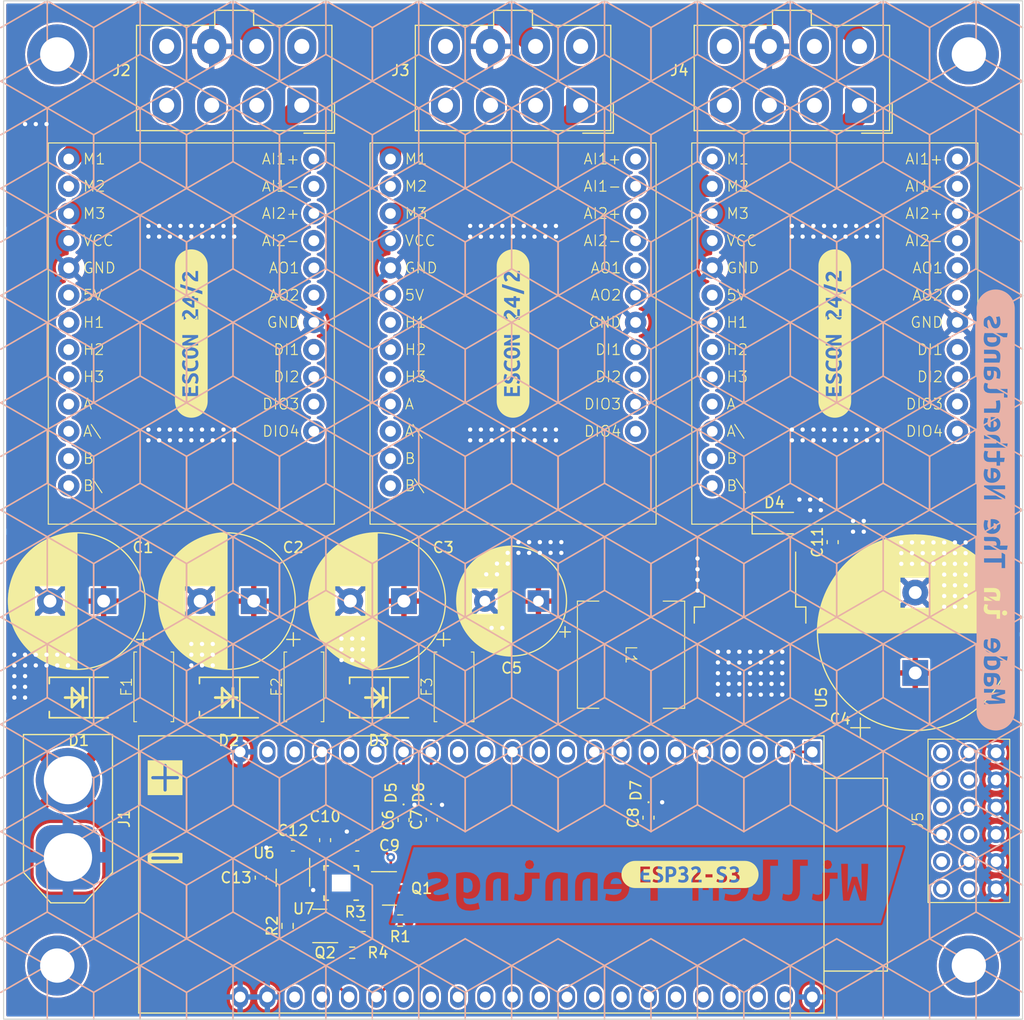
<source format=kicad_pcb>
(kicad_pcb (version 20221018) (generator pcbnew)
  (layers (0 "F.Cu" signal) (1 "In1.Cu" signal) (2 "In2.Cu" signal) (31 "B.Cu" signal) (34 "B.Paste" user) (35 "F.Paste" user) (36 "B.SilkS" user "B.Silkscreen") (37 "F.SilkS" user "F.Silkscreen") (38 "B.Mask" user) (39 "F.Mask" user) (44 "Edge.Cuts" user))
  (net 0 "")
  (net 1 "GND")
  (net 2 "VCC_M1")
  (net 3 "VCC_M2")
  (net 4 "VCC_M3")
  (net 5 "+24V")
  (net 6 "+5V")
  (net 7 "AO1_M1")
  (net 8 "AO1_M2")
  (net 9 "AO1_M3")
  (net 10 "+1V8")
  (net 11 "Net-(U7-REGOUT)")
  (net 12 "Net-(D4-K)")
  (net 13 "H1_M1")
  (net 14 "H2_M1")
  (net 15 "5V_M1")
  (net 16 "P3_M1")
  (net 17 "H3_M1")
  (net 18 "P1_M1")
  (net 19 "P2_M1")
  (net 20 "H1_M2")
  (net 21 "H2_M2")
  (net 22 "5V_M2")
  (net 23 "P3_M2")
  (net 24 "H3_M2")
  (net 25 "P1_M2")
  (net 26 "P2_M2")
  (net 27 "H1_M3")
  (net 28 "H2_M3")
  (net 29 "5V_M3")
  (net 30 "P3_M3")
  (net 31 "H3_M3")
  (net 32 "P1_M3")
  (net 33 "P2_M3")
  (net 34 "SERVO1")
  (net 35 "SERVO2")
  (net 36 "SERVO3")
  (net 37 "SERVO4")
  (net 38 "SERVO5")
  (net 39 "SERVO6")
  (net 40 "SDA_1V8")
  (net 41 "SDA")
  (net 42 "SCL_1V8")
  (net 43 "SCL")
  (net 48 "+3V3")
  (net 50 "DI2_M1")
  (net 60 "DI1_M1")
  (net 62 "DI2_M2")
  (net 72 "DI1_M2")
  (net 74 "DI2_M3")
  (net 80 "DI1_M3")
  (footprint "Package_TO_SOT_SMD:SOT-23-5" (layer "F.Cu") (at 46.975 101.8 -90)
    (fp_text reference "U6")
    (fp_text value "~")
  )
  (footprint "cube-motherboard:SMB_L4.4-W3.6-LS5.4-RD" (layer "F.Cu") (at 55 85 180)
    (fp_text reference "D3")
    (fp_text value "SMBJ33A")
  )
  (footprint "PCM_Espressif:ESP32-S3-DevKitC" (layer "F.Cu") (at 95.39208 90.07 -90)
    (fp_text reference "U4" hide)
    (fp_text value "ESP32-S3-DevKitC" hide)
  )
  (footprint "Capacitor_SMD:C_0603_1608Metric" (layer "F.Cu") (at 52.975 98.8)
    (fp_text reference "C9")
    (fp_text value "0.1uF")
  )
  (footprint "MountingHole:MountingHole_3.2mm_M3_DIN965_Pad" (layer "F.Cu") (at 110 110)
    (fp_text reference "H4" hide)
    (fp_text value "MountingHole")
  )
  (footprint "cube-motherboard:Escon_24" (layer "F.Cu") (at 37.5 50)
    (fp_text reference "U1")
    (fp_text value "Escon_24/2")
  )
  (footprint "Package_TO_SOT_SMD:SOT-23" (layer "F.Cu") (at 49.475 106.3 180)
    (fp_text reference "Q2")
    (fp_text value "BSS138")
  )
  (footprint "Connector_AMASS:AMASS_XT60-F_1x02_P7.20mm_Vertical" (layer "F.Cu") (at 26 99.9 90)
    (fp_text reference "J1")
    (fp_text value "Conn_01x02")
  )
  (footprint "Capacitor_THT:CP_Radial_D10.0mm_P5.00mm" (layer "F.Cu") (at 69.867677 76 180)
    (fp_text reference "C5")
    (fp_text value "C_Polarized")
  )
  (footprint "MountingHole:MountingHole_3.2mm_M3_DIN965_Pad" (layer "F.Cu") (at 25 25)
    (fp_text reference "H1" hide)
    (fp_text value "MountingHole")
  )
  (footprint "kibuzzard-65625B53" (layer "F.Cu") (at 37.5 51.04 90)
    (fp_text reference "kibuzzard-65625B53" hide)
    (fp_text value "G***" hide)
  )
  (footprint "Diode_SMD:D_0402_1005Metric" (layer "F.Cu") (at 57.29208 93.88 90)
    (fp_text reference "D5")
    (fp_text value "D_TVS")
  )
  (footprint "Diode_SMD:D_0402_1005Metric" (layer "F.Cu") (at 59.86 93.8425 90)
    (fp_text reference "D6")
    (fp_text value "D_TVS")
  )
  (footprint "Capacitor_SMD:C_0603_1608Metric" (layer "F.Cu") (at 57.29208 96.42 90)
    (fp_text reference "C6")
    (fp_text value "0.1uF")
  )
  (footprint "kibuzzard-65625B53" (layer "F.Cu") (at 97.5 51.04 90)
    (fp_text reference "kibuzzard-65625B53" hide)
    (fp_text value "G***" hide)
  )
  (footprint "cube-motherboard:PinHeader_03x06" (layer "F.Cu") (at 110 96.5 90)
    (fp_text reference "J5")
    (fp_text value "Conn_01x18" hide)
  )
  (footprint "Capacitor_SMD:C_0603_1608Metric" (layer "F.Cu") (at 43.975 101.8 90)
    (fp_text reference "C13")
    (fp_text value "10uF")
  )
  (footprint "cube-motherboard:Littelfuse 0157004.DR" (layer "F.Cu") (at 62 84 90)
    (fp_text reference "F3")
    (fp_text value "Fuse")
  )
  (footprint "Sensor_Motion:InvenSense_QFN-24_3x3mm_P0.4mm" (layer "F.Cu") (at 51.475 102.3 180)
    (fp_text reference "U7")
    (fp_text value "ICM-20948")
  )
  (footprint "Resistor_SMD:R_0603_1608Metric" (layer "F.Cu") (at 53.475 106.3)
    (fp_text reference "R3")
    (fp_text value "10k")
  )
  (footprint "Capacitor_SMD:C_0603_1608Metric" (layer "F.Cu") (at 80.13 96.205 90)
    (fp_text reference "C8")
    (fp_text value "0.1uF")
  )
  (footprint "cube-motherboard:SMB_L4.4-W3.6-LS5.4-RD" (layer "F.Cu") (at 27 85 180)
    (fp_text reference "D1")
    (fp_text value "SMBJ33A")
  )
  (footprint "cube-motherboard:SMB_L4.4-W3.6-LS5.4-RD" (layer "F.Cu") (at 41 85 180)
    (fp_text reference "D2")
    (fp_text value "SMBJ33A")
  )
  (footprint "Connector_Molex:Molex_Mini-Fit_Jr_5566-08A_2x04_P4.20mm_Vertical" (layer "F.Cu") (at 47.8 29.75 180)
    (fp_text reference "J2")
    (fp_text value "Conn_02x04_Top_Bottom")
  )
  (footprint "Diode_SMD:D_SOD-123F" (layer "F.Cu") (at 92 68.725)
    (fp_text reference "D4")
    (fp_text value "SS34")
  )
  (footprint "cube-motherboard:Littelfuse 0157004.DR" (layer "F.Cu") (at 34 84 90)
    (fp_text reference "F1")
    (fp_text value "Fuse")
  )
  (footprint "cube-motherboard:Escon_24" (layer "F.Cu") (at 67.5 50)
    (fp_text reference "U2")
    (fp_text value "Escon_24/2")
  )
  (footprint "Capacitor_THT:CP_Radial_D12.5mm_P5.00mm" (layer "F.Cu") (at 43.323959 76 180)
    (fp_text reference "C2")
    (fp_text value "C_Polarized")
  )
  (footprint "Diode_SMD:D_0402_1005Metric" (layer "F.Cu") (at 80.13 93.6725 90)
    (fp_text reference "D7")
    (fp_text value "D_TVS")
  )
  (footprint "Connector_Molex:Molex_Mini-Fit_Jr_5566-08A_2x04_P4.20mm_Vertical" (layer "F.Cu") (at 73.8 29.75 180)
    (fp_text reference "J3")
    (fp_text value "Conn_02x04_Top_Bottom")
  )
  (footprint "Capacitor_THT:CP_Radial_D12.5mm_P5.00mm" (layer "F.Cu") (at 29.323959 76 180)
    (fp_text reference "C1")
    (fp_text value "C_Polarized")
  )
  (footprint "Capacitor_THT:CP_Radial_D18.0mm_P7.50mm" (layer "F.Cu") (at 105 82.70278 90)
    (fp_text reference "C4")
    (fp_text value "470uF 50V")
  )
  (footprint "Capacitor_SMD:C_0603_1608Metric" (layer "F.Cu") (at 59.92 96.39 90)
    (fp_text reference "C7")
    (fp_text value "0.1uF")
  )
  (footprint "Resistor_SMD:R_0603_1608Metric" (layer "F.Cu") (at 52.5 108.8 180)
    (fp_text reference "R4")
    (fp_text value "10k")
  )
  (footprint "Capacitor_THT:CP_Radial_D12.5mm_P5.00mm" (layer "F.Cu") (at 57.323959 76 180)
    (fp_text reference "C3")
    (fp_text value "C_Polarized")
  )
  (footprint "cube-motherboard:Escon_24" (layer "F.Cu") (at 97.5 50)
    (fp_text reference "U3")
    (fp_text value "Escon_24/2")
  )
  (footprint "cube-motherboard:Bourns SRP1050WA-680M" (layer "F.Cu") (at 78.5 81 -90)
    (fp_text reference "L1")
    (fp_text value "68 uH")
  )
  (footprint "Capacitor_SMD:C_0603_1608Metric" (layer "F.Cu") (at 97.3 70.5 90)
    (fp_text reference "C11")
    (fp_text value "0.1uF 50V")
  )
  (footprint "MountingHole:MountingHole_3.2mm_M3_DIN965_Pad" (layer "F.Cu") (at 25 110)
    (fp_text reference "H3" hide)
    (fp_text value "MountingHole")
  )
  (footprint "Resistor_SMD:R_0603_1608Metric" (layer "F.Cu") (at 56.975 105.8)
    (fp_text reference "R1")
    (fp_text value "10k")
  )
  (footprint "kibuzzard-65625B53" (layer "F.Cu") (at 67.5 51.04 90)
    (fp_text reference "kibuzzard-65625B53" hide)
    (fp_text value "G***" hide)
  )
  (footprint "kibuzzard-65625B38" (layer "F.Cu") (at 84 101.5)
    (fp_text reference "kibuzzard-65625B38" hide)
    (fp_text value "G***" hide)
  )
  (footprint "Capacitor_SMD:C_0603_1608Metric" (layer "F.Cu") (at 49.975 98.3 90)
    (fp_text reference "C10")
    (fp_text value "0.1uF")
  )
  (footprint "Resistor_SMD:R_0603_1608Metric" (layer "F.Cu") (at 46.475 106.3 90)
    (fp_text reference "R2")
    (fp_text value "10k")
  )
  (footprint "Capacitor_SMD:C_0603_1608Metric" (layer "F.Cu") (at 46.975 98.8 180)
    (fp_text reference "C12")
    (fp_text value "10uF")
  )
  (footprint "Package_TO_SOT_SMD:SOT-23" (layer "F.Cu") (at 55.975 102.8)
    (fp_text reference "Q1")
    (fp_text value "BSS138")
  )
  (footprint "Package_TO_SOT_SMD:TO-263-5_TabPin3" (layer "F.Cu") (at 89.6 81.375 -90)
    (fp_text reference "U5")
    (fp_text value "LM2596S-5")
  )
  (footprint "Connector_Molex:Molex_Mini-Fit_Jr_5566-08A_2x04_P4.20mm_Vertical" (layer "F.Cu") (at 99.8 29.75 180)
    (fp_text reference "J4")
    (fp_text value "Conn_02x04_Top_Bottom")
  )
  (footprint "MountingHole:MountingHole_3.2mm_M3_DIN965_Pad" (layer "F.Cu") (at 110 25)
    (fp_text reference "H2" hide)
    (fp_text value "MountingHole")
  )
  (footprint "cube-motherboard:Littelfuse 0157004.DR" (layer "F.Cu") (at 48 84 90)
    (fp_text reference "F2")
    (fp_text value "Fuse")
  )
  (footprint "kibuzzard-65625AD1" (layer "B.Cu") (at 80 102.5 180)
    (fp_text reference "kibuzzard-65625AD1" hide)
    (fp_text value "G***" hide)
  )
  (footprint "kibuzzard-656267AE" (layer "B.Cu") (at 112.5 67.5 90)
    (fp_text reference "kibuzzard-656267AE" hide)
    (fp_text value "G***" hide)
  )
  (gr_line (start 37.057714 112.5) (end 41.387841 110) (stroke (width 0.15)) (layer "B.SilkS"))
  (gr_line (start 28.39746 72.5) (end 32.727587 70) (stroke (width 0.15)) (layer "B.SilkS"))
  (gr_line (start 89.019238 62.5) (end 89.019238 67.5) (stroke (width 0.15)) (layer "B.SilkS"))
  (gr_line (start 110.669873 110) (end 106.339746 107.5) (stroke (width 0.15)) (layer "B.SilkS"))
  (gr_line (start 110.669873 45) (end 115 47.5) (stroke (width 0.15)) (layer "B.SilkS"))
  (gr_line (start 110.669873 90) (end 115 92.5) (stroke (width 0.15)) (layer "B.SilkS"))
  (gr_line (start 58.708349 40) (end 63.038476 42.5) (stroke (width 0.15)) (layer "B.SilkS"))
  (gr_line (start 58.708349 90) (end 58.708349 95) (stroke (width 0.15)) (layer "B.SilkS"))
  (gr_line (start 28.39746 97.5) (end 24.067333 100) (stroke (width 0.15)) (layer "B.SilkS"))
  (gr_line (start 110.669873 90) (end 110.669873 95) (stroke (width 0.15)) (layer "B.SilkS"))
  (gr_line (start 110.669873 55) (end 115 57.5) (stroke (width 0.15)) (layer "B.SilkS"))
  (gr_line (start 41.387841 25) (end 45.717968 27.5) (stroke (width 0.15)) (layer "B.SilkS"))
  (gr_line (start 80.358984 27.5) (end 76.028857 30) (stroke (width 0.15)) (layer "B.SilkS"))
  (gr_line (start 97.679492 22.5) (end 102.009619 20) (stroke (width 0.15)) (layer "B.SilkS"))
  (gr_line (start 84.689111 60) (end 89.019238 62.5) (stroke (width 0.15)) (layer "B.SilkS"))
  (gr_line (start 89.019238 27.5) (end 84.689111 30) (stroke (width 0.15)) (layer "B.SilkS"))
  (gr_line (start 58.708349 70) (end 58.708349 75) (stroke (width 0.15)) (layer "B.SilkS"))
  (gr_line (start 37.057714 72.5) (end 41.387841 70) (stroke (width 0.15)) (layer "B.SilkS"))
  (gr_line (start 76.028857 110) (end 76.028857 115) (stroke (width 0.15)) (layer "B.SilkS"))
  (gr_line (start 110.669873 45) (end 106.339746 47.5) (stroke (width 0.15)) (layer "B.SilkS"))
  (gr_line (start 76.028857 85) (end 80.358984 87.5) (stroke (width 0.15)) (layer "B.SilkS"))
  (gr_line (start 41.387841 80) (end 45.717968 82.5) (stroke (width 0.15)) (layer "B.SilkS"))
  (gr_line (start 50.048095 85) (end 54.378222 87.5) (stroke (width 0.15)) (layer "B.SilkS"))
  (gr_line (start 106.339746 82.5) (end 106.339746 87.5) (stroke (width 0.15)) (layer "B.SilkS"))
  (gr_line (start 24.067333 45) (end 19.737206 47.5) (stroke (width 0.15)) (layer "B.SilkS"))
  (gr_line (start 24.067333 45) (end 28.39746 47.5) (stroke (width 0.15)) (layer "B.SilkS"))
  (gr_line (start 54.378222 52.5) (end 58.708349 50) (stroke (width 0.15)) (layer "B.SilkS"))
  (gr_line (start 67.368603 40) (end 67.368603 45) (stroke (width 0.15)) (layer "B.SilkS"))
  (gr_line (start 76.028857 40) (end 76.028857 45) (stroke (width 0.15)) (layer "B.SilkS"))
  (gr_line (start 24.067333 35) (end 19.737206 37.5) (stroke (width 0.15)) (layer "B.SilkS"))
  (gr_line (start 24.067333 40) (end 28.39746 42.5) (stroke (width 0.15)) (layer "B.SilkS"))
  (gr_line (start 93.349365 35) (end 97.679492 37.5) (stroke (width 0.15)) (layer "B.SilkS"))
  (gr_line (start 32.727587 45) (end 28.39746 47.5) (stroke (width 0.15)) (layer "B.SilkS"))
  (gr_line (start 76.028857 40) (end 80.358984 42.5) (stroke (width 0.15)) (layer "B.SilkS"))
  (gr_line (start 106.339746 107.5) (end 102.009619 110) (stroke (width 0.15)) (layer "B.SilkS"))
  (gr_line (start 80.358984 52.5) (end 84.689111 50) (stroke (width 0.15)) (layer "B.SilkS"))
  (gr_line (start 58.708349 35) (end 63.038476 37.5) (stroke (width 0.15)) (layer "B.SilkS"))
  (gr_line (start 37.057714 67.5) (end 32.727587 70) (stroke (width 0.15)) (layer "B.SilkS"))
  (gr_line (start 67.368603 40) (end 63.038476 37.5) (stroke (width 0.15)) (layer "B.SilkS"))
  (gr_line (start 110.669873 50) (end 110.669873 55) (stroke (width 0.15)) (layer "B.SilkS"))
  (gr_line (start 93.349365 80) (end 89.019238 77.5) (stroke (width 0.15)) (layer "B.SilkS"))
  (gr_line (start 58.708349 40) (end 58.708349 45) (stroke (width 0.15)) (layer "B.SilkS"))
  (gr_line (start 19.737206 112.5) (end 24.067333 110) (stroke (width 0.15)) (layer "B.SilkS"))
  (gr_line (start 102.009619 35) (end 106.339746 37.5) (stroke (width 0.15)) (layer "B.SilkS"))
  (gr_line (start 93.349365 110) (end 93.349365 115) (stroke (width 0.15)) (layer "B.SilkS"))
  (gr_line (start 28.39746 107.5) (end 24.067333 110) (stroke (width 0.15)) (layer "B.SilkS"))
  (gr_line (start 32.727587 50) (end 28.39746 47.5) (stroke (width 0.15)) (layer "B.SilkS"))
  (gr_line (start 24.067333 65) (end 28.39746 67.5) (stroke (width 0.15)) (layer "B.SilkS"))
  (gr_line (start 110.669873 50) (end 106.339746 47.5) (stroke (width 0.15)) (layer "B.SilkS"))
  (gr_line (start 97.679492 47.5) (end 97.679492 42.5) (stroke (width 0.15)) (layer "B.SilkS"))
  (gr_line (start 41.387841 60) (end 41.387841 65) (stroke (width 0.15)) (layer "B.SilkS"))
  (gr_line (start 84.689111 70) (end 84.689111 75) (stroke (width 0.15)) (layer "B.SilkS"))
  (gr_line (start 24.067333 60) (end 24.067333 65) (stroke (width 0.15)) (layer "B.SilkS"))
  (gr_line (start 93.349365 70) (end 97.679492 72.5) (stroke (width 0.15)) (layer "B.SilkS"))
  (gr_line (start 76.028857 30) (end 76.028857 35) (stroke (width 0.15)) (layer "B.SilkS"))
  (gr_line (start 58.708349 25) (end 63.038476 27.5) (stroke (width 0.15)) (layer "B.SilkS"))
  (gr_line (start 45.717968 72.5) (end 45.717968 77.5) (stroke (width 0.15)) (layer "B.SilkS"))
  (gr_line (start 80.358984 62.5) (end 80.358984 67.5) (stroke (width 0.15)) (layer "B.SilkS"))
  (gr_line (start 71.69873 92.5) (end 76.028857 90) (stroke (width 0.15)) (layer "B.SilkS"))
  (gr_line (start 110.669873 70) (end 110.669873 75) (stroke (width 0.15)) (layer "B.SilkS"))
  (gr_line (start 84.689111 60) (end 84.689111 65) (stroke (width 0.15)) (layer "B.SilkS"))
  (gr_line (start 84.689111 95) (end 80.358984 97.5) (stroke (width 0.15)) (layer "B.SilkS"))
  (gr_line (start 89.019238 72.5) (end 93.349365 70) (stroke (width 0.15)) (layer "B.SilkS"))
  (gr_line (start 24.067333 100) (end 19.737206 97.5) (stroke (width 0.15)) (layer "B.SilkS"))
  (gr_line (start 106.339746 77.5) (end 106.339746 72.5) (stroke (width 0.15)) (layer "B.SilkS"))
  (gr_line (start 32.727587 90) (end 32.727587 95) (stroke (width 0.15)) (layer "B.SilkS"))
  (gr_line (start 89.019238 72.5) (end 89.019238 77.5) (stroke (width 0.15)) (layer "B.SilkS"))
  (gr_line (start 24.067333 75) (end 19.737206 77.5) (stroke (width 0.15)) (layer "B.SilkS"))
  (gr_line (start 80.358984 57.5) (end 80.358984 52.5) (stroke (width 0.15)) (layer "B.SilkS"))
  (gr_line (start 115 57.5) (end 110.669873 60) (stroke (width 0.15)) (layer "B.SilkS"))
  (gr_line (start 50.048095 30) (end 50.048095 35) (stroke (width 0.15)) (layer "B.SilkS"))
  (gr_line (start 45.717968 27.5) (end 45.717968 22.5) (stroke (width 0.15)) (layer "B.SilkS"))
  (gr_line (start 71.69873 52.5) (end 76.028857 50) (stroke (width 0.15)) (layer "B.SilkS"))
  (gr_line (start 71.69873 22.5) (end 71.69873 27.5) (stroke (width 0.15)) (layer "B.SilkS"))
  (gr_line (start 102.009619 45) (end 106.339746 47.5) (stroke (width 0.15)) (layer "B.SilkS"))
  (gr_line (start 89.019238 87.5) (end 89.019238 82.5) (stroke (width 0.15)) (layer "B.SilkS"))
  (gr_line (start 50.048095 45) (end 45.717968 47.5) (stroke (width 0.15)) (layer "B.SilkS"))
  (gr_line (start 110.669873 20) (end 115 22.5) (stroke (width 0.15)) (layer "B.SilkS"))
  (gr_line (start 24.067333 100) (end 28.39746 102.5) (stroke (width 0.15)) (layer "B.SilkS"))
  (gr_line (start 89.019238 92.5) (end 93.349365 90) (stroke (width 0.15)) (layer "B.SilkS"))
  (gr_line (start 93.349365 110) (end 89.019238 107.5) (stroke (width 0.15)) (layer "B.SilkS"))
  (gr_line (start 76.028857 65) (end 80.358984 67.5) (stroke (width 0.15)) (layer "B.SilkS"))
  (gr_line (start 41.387841 75) (end 45.717968 77.5) (stroke (width 0.15)) (layer "B.SilkS"))
  (gr_line (start 63.038476 82.5) (end 63.038476 87.5) (stroke (width 0.15)) (layer "B.SilkS"))
  (gr_line (start 19.737206 32.5) (end 24.067333 30) (stroke (width 0.15)) (layer "B.SilkS"))
  (gr_line (start 50.048095 90) (end 45.717968 87.5) (stroke (width 0.15)) (layer "B.SilkS"))
  (gr_line (start 54.378222 57.5) (end 54.378222 52.5) (stroke (width 0.15)) (layer "B.SilkS"))
  (gr_line (start 110.669873 110) (end 115 112.5) (stroke (width 0.15)) (layer "B.SilkS"))
  (gr_line (start 50.048095 40) (end 45.717968 37.5) (stroke (width 0.15)) (layer "B.SilkS"))
  (gr_line (start 110.669873 100) (end 115 102.5) (stroke (width 0.15)) (layer "B.SilkS"))
  (gr_line (start 67.368603 50) (end 63.038476 47.5) (stroke (width 0.15)) (layer "B.SilkS"))
  (gr_line (start 32.727587 95) (end 28.39746 97.5) (stroke (width 0.15)) (layer "B.SilkS"))
  (gr_line (start 76.028857 80) (end 80.358984 82.5) (stroke (width 0.15)) (layer "B.SilkS"))
  (gr_line (start 63.038476 62.5) (end 67.368603 60) (stroke (width 0.15)) (layer "B.SilkS"))
  (gr_line (start 54.378222 107.5) (end 50.048095 110) (stroke (width 0.15)) (layer "B.SilkS"))
  (gr_line (start 50.048095 100) (end 50.048095 105) (stroke (width 0.15)) (layer "B.SilkS"))
  (gr_line (start 37.057714 115) (end 37.057714 112.5) (stroke (width 0.15)) (layer "B.SilkS"))
  (gr_line (start 89.019238 37.5) (end 89.019238 32.5) (stroke (width 0.15)) (layer "B.SilkS"))
  (gr_line (start 89.019238 82.5) (end 89.019238 87.5) (stroke (width 0.15)) (layer "B.SilkS"))
  (gr_line (start 37.057714 82.5) (end 41.387841 80) (stroke (width 0.15)) (layer "B.SilkS"))
  (gr_line (start 41.387841 110) (end 45.717968 112.5) (stroke (width 0.15)) (layer "B.SilkS"))
  (gr_line (start 63.038476 115) (end 63.038476 112.5) (stroke (width 0.15)) (layer "B.SilkS"))
  (gr_line (start 45.717968 107.5) (end 45.717968 102.5) (stroke (width 0.15)) (layer "B.SilkS"))
  (gr_line (start 106.339746 107.5) (end 106.339746 102.5) (stroke (width 0.15)) (layer "B.SilkS"))
  (gr_line (start 28.39746 67.5) (end 24.067333 70) (stroke (width 0.15)) (layer "B.SilkS"))
  (gr_line (start 32.727587 95) (end 37.057714 97.5) (stroke (width 0.15)) (layer "B.SilkS"))
  (gr_line (start 58.708349 85) (end 63.038476 87.5) (stroke (width 0.15)) (layer "B.SilkS"))
  (gr_line (start 93.349365 90) (end 93.349365 95) (stroke (width 0.15)) (layer "B.SilkS"))
  (gr_line (start 80.358984 32.5) (end 84.689111 30) (stroke (width 0.15)) (layer "B.SilkS"))
  (gr_line (start 41.387841 60) (end 37.057714 57.5) (stroke (width 0.15)) (layer "B.SilkS"))
  (gr_line (start 110.669873 30) (end 110.669873 35) (stroke (width 0.15)) (layer "B.SilkS"))
  (gr_line (start 45.717968 57.5) (end 45.717968 52.5) (stroke (width 0.15)) (layer "B.SilkS"))
  (gr_line (start 97.679492 87.5) (end 97.679492 82.5) (stroke (width 0.15)) (layer "B.SilkS"))
  (gr_line (start 67.368603 95) (end 71.69873 97.5) (stroke (width 0.15)) (layer "B.SilkS"))
  (gr_line (start 102.009619 75) (end 97.679492 77.5) (stroke (width 0.15)) (layer "B.SilkS"))
  (gr_line (start 106.339746 32.5) (end 110.669873 30) (stroke (width 0.15)) (layer "B.SilkS"))
  (gr_line (start 54.378222 27.5) (end 50.048095 30) (stroke (width 0.15)) (layer "B.SilkS"))
  (gr_line (start 93.349365 50) (end 89.019238 47.5) (stroke (width 0.15)) (layer "B.SilkS"))
  (gr_line (start 106.339746 72.5) (end 110.669873 70) (stroke (width 0.15)) (layer "B.SilkS"))
  (gr_line (start 63.038476 32.5) (end 63.038476 37.5) (stroke (width 0.15)) (layer "B.SilkS"))
  (gr_line (start 84.689111 25) (end 80.358984 27.5) (stroke (width 0.15)) (layer "B.SilkS"))
  (gr_line (start 41.387841 110) (end 41.387841 115) (stroke (width 0.15)) (layer "B.SilkS"))
  (gr_line (start 84.689111 50) (end 80.358984 47.5) (stroke (width 0.15)) (layer "B.SilkS"))
  (gr_line (start 97.679492 22.5) (end 97.679492 27.5) (stroke (width 0.15)) (layer "B.SilkS"))
  (gr_line (start 28.39746 32.5) (end 32.727587 30) (stroke (width 0.15)) (layer "B.SilkS"))
  (gr_line (start 76.028857 20) (end 76.028857 25) (stroke (width 0.15)) (layer "B.SilkS"))
  (gr_line (start 24.067333 60) (end 28.39746 62.5) (stroke (width 0.15)) (layer "B.SilkS"))
  (gr_line (start 41.387841 90) (end 41.387841 95) (stroke (width 0.15)) (layer "B.SilkS"))
  (gr_line (start 76.028857 50) (end 76.028857 55) (stroke (width 0.15)) (layer "B.SilkS"))
  (gr_line (start 28.39746 77.5) (end 24.067333 80) (stroke (width 0.15)) (layer "B.SilkS"))
  (gr_line (start 84.689111 55) (end 80.358984 57.5) (stroke (width 0.15)) (layer "B.SilkS"))
  (gr_line (start 28.39746 112.5) (end 32.727587 110) (stroke (width 0.15)) (layer "B.SilkS"))
  (gr_line (start 106.339746 62.5) (end 106.339746 67.5) (stroke (width 0.15)) (layer "B.SilkS"))
  (gr_line (start 37.057714 72.5) (end 37.057714 77.5) (stroke (width 0.15)) (layer "B.SilkS"))
  (gr_line (start 80.358984 32.5) (end 80.358984 37.5) (stroke (width 0.15)) (layer "B.SilkS"))
  (gr_line (start 50.048095 25) (end 45.717968 27.5) (stroke (width 0.15)) (layer "B.SilkS"))
  (gr_line (start 84.689111 25) (end 89.019238 27.5) (stroke (width 0.15)) (layer "B.SilkS"))
  (gr_line (start 89.019238 52.5) (end 89.019238 57.5) (stroke (width 0.15)) (layer "B.SilkS"))
  (gr_line (start 80.358984 87.5) (end 76.028857 90) (stroke (width 0.15)) (layer "B.SilkS"))
  (gr_line (start 28.39746 42.5) (end 32.727587 40) (stroke (width 0.15)) (layer "B.SilkS"))
  (gr_line (start 97.679492 67.5) (end 93.349365 70) (stroke (width 0.15)) (layer "B.SilkS"))
  (gr_line (start 93.349365 85) (end 97.679492 87.5) (stroke (width 0.15)) (layer "B.SilkS"))
  (gr_line (start 24.067333 90) (end 19.737206 87.5) (stroke (width 0.15)) (layer "B.SilkS"))
  (gr_line (start 106.339746 22.5) (end 110.669873 20) (stroke (width 0.15)) (layer "B.SilkS"))
  (gr_line (start 58.708349 110) (end 63.038476 112.5) (stroke (width 0.15)) (layer "B.SilkS"))
  (gr_line (start 37.057714 27.5) (end 37.057714 22.5) (stroke (width 0.15)) (layer "B.SilkS"))
  (gr_line (start 58.708349 25) (end 54.378222 27.5) (stroke (width 0.15)) (layer "B.SilkS"))
  (gr_line (start 84.689111 95) (end 89.019238 97.5) (stroke (width 0.15)) (layer "B.SilkS"))
  (gr_line (start 28.39746 87.5) (end 28.39746 82.5) (stroke (width 0.15)) (layer "B.SilkS"))
  (gr_line (start 24.067333 70) (end 28.39746 72.5) (stroke (width 0.15)) (layer "B.SilkS"))
  (gr_line (start 71.69873 52.5) (end 71.69873 57.5) (stroke (width 0.15)) (layer "B.SilkS"))
  (gr_line (start 67.368603 35) (end 63.038476 37.5) (stroke (width 0.15)) (layer "B.SilkS"))
  (gr_line (start 45.717968 62.5) (end 45.717968 67.5) (stroke (width 0.15)) (layer "B.SilkS"))
  (gr_line (start 63.038476 97.5) (end 63.038476 92.5) (stroke (width 0.15)) (layer "B.SilkS"))
  (gr_line (start 80.358984 92.5) (end 84.689111 90) (stroke (width 0.15)) (layer "B.SilkS"))
  (gr_line (start 54.378222 82.5) (end 58.708349 80) (stroke (width 0.15)) (layer "B.SilkS"))
  (gr_line (start 41.387841 35) (end 45.717968 37.5) (stroke (width 0.15)) (layer "B.SilkS"))
  (gr_line (start 37.057714 47.5) (end 32.727587 50) (stroke (width 0.15)) (layer "B.SilkS"))
  (gr_line (start 93.349365 85) (end 89.019238 87.5) (stroke (width 0.15)) (layer "B.SilkS"))
  (gr_line (start 50.048095 70) (end 50.048095 75) (stroke (width 0.15)) (layer "B.SilkS"))
  (gr_line (start 89.019238 47.5) (end 89.019238 42.5) (stroke (width 0.15)) (layer "B.SilkS"))
  (gr_line (start 106.339746 67.5) (end 106.339746 62.5) (stroke (width 0.15)) (layer "B.SilkS"))
  (gr_line (start 63.038476 52.5) (end 63.038476 57.5) (stroke (width 0.15)) (layer "B.SilkS"))
  (gr_line (start 89.019238 32.5) (end 93.349365 30) (stroke (width 0.15)) (layer "B.SilkS"))
  (gr_line (start 80.358984 72.5) (end 84.689111 70) (stroke (width 0.15)) (layer "B.SilkS"))
  (gr_line (start 32.727587 20) (end 37.057714 22.5) (stroke (width 0.15)) (layer "B.SilkS"))
  (gr_line (start 80.358984 22.5) (end 80.358984 27.5) (stroke (width 0.15)) (layer "B.SilkS"))
  (gr_line (start 110.669873 65) (end 106.339746 67.5) (stroke (width 0.15)) (layer "B.SilkS"))
  (gr_line (start 45.717968 52.5) (end 45.717968 57.5) (stroke (width 0.15)) (layer "B.SilkS"))
  (gr_line (start 54.378222 82.5) (end 54.378222 87.5) (stroke (width 0.15)) (layer "B.SilkS"))
  (gr_line (start 106.339746 42.5) (end 106.339746 47.5) (stroke (width 0.15)) (layer "B.SilkS"))
  (gr_line (start 102.009619 80) (end 106.339746 82.5) (stroke (width 0.15)) (layer "B.SilkS"))
  (gr_line (start 102.009619 60) (end 97.679492 57.5) (stroke (width 0.15)) (layer "B.SilkS"))
  (gr_line (start 67.368603 85) (end 63.038476 87.5) (stroke (width 0.15)) (layer "B.SilkS"))
  (gr_line (start 110.669873 105) (end 106.339746 107.5) (stroke (width 0.15)) (layer "B.SilkS"))
  (gr_line (start 106.339746 37.5) (end 102.009619 40) (stroke (width 0.15)) (layer "B.SilkS"))
  (gr_line (start 24.067333 105) (end 19.737206 107.5) (stroke (width 0.15)) (layer "B.SilkS"))
  (gr_line (start 24.067333 60) (end 19.737206 57.5) (stroke (width 0.15)) (layer "B.SilkS"))
  (gr_line (start 110.669873 35) (end 106.339746 37.5) (stroke (width 0.15)) (layer "B.SilkS"))
  (gr_line (start 28.39746 82.5) (end 28.39746 87.5) (stroke (width 0.15)) (layer "B.SilkS"))
  (gr_line (start 41.387841 45) (end 45.717968 47.5) (stroke (width 0.15)) (layer "B.SilkS"))
  (gr_line (start 37.057714 97.5) (end 37.057714 92.5) (stroke (width 0.15)) (layer "B.SilkS"))
  (gr_line (start 97.679492 67.5) (end 97.679492 62.5) (stroke (width 0.15)) (layer "B.SilkS"))
  (gr_line (start 93.349365 25) (end 89.019238 27.5) (stroke (width 0.15)) (layer "B.SilkS"))
  (gr_line (start 71.69873 82.5) (end 76.028857 80) (stroke (width 0.15)) (layer "B.SilkS"))
  (gr_line (start 37.057714 92.5) (end 41.387841 90) (stroke (width 0.15)) (layer "B.SilkS"))
  (gr_line (start 37.057714 52.5) (end 41.387841 50) (stroke (width 0.15)) (layer "B.SilkS"))
  (gr_line (start 63.038476 87.5) (end 63.038476 82.5) (stroke (width 0.15)) (layer "B.SilkS"))
  (gr_line (start 80.358984 92.5) (end 80.358984 97.5) (stroke (width 0.15)) (layer "B.SilkS"))
  (gr_line (start 93.349365 20) (end 97.679492 22.5) (stroke (width 0.15)) (layer "B.SilkS"))
  (gr_line (start 110.669873 60) (end 110.669873 65) (stroke (width 0.15)) (layer "B.SilkS"))
  (gr_line (start 71.69873 32.5) (end 76.028857 30) (stroke (width 0.15)) (layer "B.SilkS"))
  (gr_line (start 106.339746 42.5) (end 110.669873 40) (stroke (width 0.15)) (layer "B.SilkS"))
  (gr_line (start 115 107.5) (end 110.669873 110) (stroke (width 0.15)) (layer "B.SilkS"))
  (gr_line (start 97.679492 82.5) (end 102.009619 80) (stroke (width 0.15)) (layer "B.SilkS"))
  (gr_line (start 71.69873 77.5) (end 71.69873 72.5) (stroke (width 0.15)) (layer "B.SilkS"))
  (gr_line (start 93.349365 60) (end 97.679492 62.5) (stroke (width 0.15)) (layer "B.SilkS"))
  (gr_line (start 41.387841 50) (end 45.717968 52.5) (stroke (width 0.15)) (layer "B.SilkS"))
  (gr_line (start 110.669873 85) (end 106.339746 87.5) (stroke (width 0.15)) (layer "B.SilkS"))
  (gr_line (start 24.067333 80) (end 19.737206 77.5) (stroke (width 0.15)) (layer "B.SilkS"))
  (gr_line (start 50.048095 50) (end 50.048095 55) (stroke (width 0.15)) (layer "B.SilkS"))
  (gr_line (start 32.727587 40) (end 28.39746 37.5) (stroke (width 0.15)) (layer "B.SilkS"))
  (gr_line (start 102.009619 85) (end 106.339746 87.5) (stroke (width 0.15)) (layer "B.SilkS"))
  (gr_line (start 110.669873 60) (end 115 62.5) (stroke (width 0.15)) (layer "B.SilkS"))
  (gr_line (start 97.679492 62.5) (end 102.009619 60) (stroke (width 0.15)) (layer "B.SilkS"))
  (gr_line (start 58.708349 60) (end 54.378222 57.5) (stroke (width 0.15)) (layer "B.SilkS"))
  (gr_line (start 63.038476 92.5) (end 67.368603 90) (stroke (width 0.15)) (layer "B.SilkS"))
  (gr_line (start 50.048095 55) (end 54.378222 57.5) (stroke (width 0.15)) (layer "B.SilkS"))
  (gr_line (start 97.679492 72.5) (end 97.679492 77.5) (stroke (width 0.15)) (layer "B.SilkS"))
  (gr_line (start 110.669873 25) (end 115 27.5) (stroke (width 0.15)) (layer "B.SilkS"))
  (gr_line (start 37.057714 107.5) (end 32.727587 110) (stroke (width 0.15)) (layer "B.SilkS"))
  (gr_line (start 54.378222 37.5) (end 50.048095 40) (stroke (width 0.15)) (layer "B.SilkS"))
  (gr_line (start 80.358984 52.5) (end 80.358984 57.5) (stroke (width 0.15)) (layer "B.SilkS"))
  (gr_line (start 110.669873 55) (end 106.339746 57.5) (stroke (width 0.15)) (layer "B.SilkS"))
  (gr_line (start 67.368603 30) (end 71.69873 32.5) (stroke (width 0.15)) (layer "B.SilkS"))
  (gr_line (start 45.717968 42.5) (end 45.717968 47.5) (stroke (width 0.15)) (layer "B.SilkS"))
  (gr_line (start 50.048095 105) (end 45.717968 107.5) (stroke (width 0.15)) (layer "B.SilkS"))
  (gr_line (start 19.737206 62.5) (end 24.067333 60) (stroke (width 0.15)) (layer "B.SilkS"))
  (gr_line (start 80.358984 82.5) (end 84.689111 80) (stroke (width 0.15)) (layer "B.SilkS"))
  (gr_line (start 76.028857 75) (end 71.69873 77.5) (stroke (width 0.15)) (layer "B.SilkS"))
  (gr_line (start 37.057714 57.5) (end 32.727587 60) (stroke (width 0.15)) (layer "B.SilkS"))
  (gr_line (start 32.727587 85) (end 28.39746 87.5) (stroke (width 0.15)) (layer "B.SilkS"))
  (gr_line (start 63.038476 77.5) (end 58.708349 80) (stroke (width 0.15)) (layer "B.SilkS"))
  (gr_line (start 71.69873 62.5) (end 71.69873 67.5) (stroke (width 0.15)) (layer "B.SilkS"))
  (gr_line (start 32.727587 45) (end 37.057714 47.5) (stroke (width 0.15)) (layer "B.SilkS"))
  (gr_line (start 93.349365 50) (end 97.679492 52.5) (stroke (width 0.15)) (layer "B.SilkS"))
  (gr_line (start 84.689111 20) (end 89.019238 22.5) (stroke (width 0.15)) (layer "B.SilkS"))
  (gr_line (start 28.39746 115) (end 28.39746 112.5) (stroke (width 0.15)) (layer "B.SilkS"))
  (gr_line (start 102.009619 95) (end 106.339746 97.5) (stroke (width 0.15)) (layer "B.SilkS"))
  (gr_line (start 71.69873 27.5) (end 67.368603 30) (stroke (width 0.15)) (layer "B.SilkS"))
  (gr_line (start 84.689111 30) (end 89.019238 32.5) (stroke (width 0.15)) (layer "B.SilkS"))
  (gr_line (start 54.378222 77.5) (end 50.048095 80) (stroke (width 0.15)) (layer "B.SilkS"))
  (gr_line (start 106.339746 47.5) (end 102.009619 50) (stroke (width 0.15)) (layer "B.SilkS"))
  (gr_line (start 24.067333 110) (end 19.737206 107.5) (stroke (width 0.15)) (layer "B.SilkS"))
  (gr_line (start 84.689111 85) (end 89.019238 87.5) (stroke (width 0.15)) (layer "B.SilkS"))
  (gr_line (start 50.048095 70) (end 54.378222 72.5) (stroke (width 0.15)) (layer "B.SilkS"))
  (gr_line (start 63.038476 27.5) (end 63.038476 22.5) (stroke (width 0.15)) (layer "B.SilkS"))
  (gr_line (start 84.689111 30) (end 84.689111 35) (stroke (width 0.15)) (layer "B.SilkS"))
  (gr_line (start 41.387841 95) (end 45.717968 97.5) (stroke (width 0.15)) (layer "B.SilkS"))
  (gr_line (start 80.358984 47.5) (end 80.358984 42.5) (stroke (width 0.15)) (layer "B.SilkS"))
  (gr_line (start 110.669873 40) (end 106.339746 37.5) (stroke (width 0.15)) (layer "B.SilkS"))
  (gr_line (start 67.368603 70) (end 67.368603 75) (stroke (width 0.15)) (layer "B.SilkS"))
  (gr_line (start 93.349365 40) (end 97.679492 42.5) (stroke (width 0.15)) (layer "B.SilkS"))
  (gr_line (start 24.067333 85) (end 19.737206 87.5) (stroke (width 0.15)) (layer "B.SilkS"))
  (gr_line (start 54.378222 72.5) (end 54.378222 77.5) (stroke (width 0.15)) (layer "B.SilkS"))
  (gr_line (start 24.067333 90) (end 24.067333 95) (stroke (width 0.15)) (layer "B.SilkS"))
  (gr_line (start 50.048095 110) (end 50.048095 115) (stroke (width 0.15)) (layer "B.SilkS"))
  (gr_line (start 50.048095 80) (end 54.378222 82.5) (stroke (width 0.15)) (layer "B.SilkS"))
  (gr_line (start 93.349365 75) (end 89.019238 77.5) (stroke (width 0.15)) (layer "B.SilkS"))
  (gr_line (start 54.378222 22.5) (end 58.708349 20) (stroke (width 0.15)) (layer "B.SilkS"))
  (gr_line (start 45.717968 67.5) (end 45.717968 62.5) (stroke (width 0.15)) (layer "B.SilkS"))
  (gr_line (start 58.708349 55) (end 54.378222 57.5) (stroke (width 0.15)) (layer "B.SilkS"))
  (gr_line (start 80.358984 67.5) (end 76.028857 70) (stroke (width 0.15)) (layer "B.SilkS"))
  (gr_line (start 54.378222 32.5) (end 54.378222 37.5) (stroke (width 0.15)) (layer "B.SilkS"))
  (gr_line (start 41.387841 80) (end 37.057714 77.5) (stroke (width 0.15)) (layer "B.SilkS"))
  (gr_line (start 84.689111 35) (end 80.358984 37.5) (stroke (width 0.15)) (layer "B.SilkS"))
  (gr_line (start 45.717968 22.5) (end 45.717968 27.5) (stroke (width 0.15)) (layer "B.SilkS"))
  (gr_line (start 102.009619 25) (end 97.679492 27.5) (stroke (width 0.15)) (layer "B.SilkS"))
  (gr_line (start 71.69873 87.5) (end 71.69873 82.5) (stroke (width 0.15)) (layer "B.SilkS"))
  (gr_line (start 106.339746 62.5) (end 110.669873 60) (stroke (width 0.15)) (layer "B.SilkS"))
  (gr_line (start 58.708349 35) (end 54.378222 37.5) (stroke (width 0.15)) (layer "B.SilkS"))
  (gr_line (start 102.009619 95) (end 97.679492 97.5) (stroke (width 0.15)) (layer "B.SilkS"))
  (gr_line (start 32.727587 60) (end 28.39746 57.5) (stroke (width 0.15)) (layer "B.SilkS"))
  (gr_line (start 71.69873 92.5) (end 71.69873 97.5) (stroke (width 0.15)) (layer "B.SilkS"))
  (gr_line (start 67.368603 80) (end 63.038476 77.5) (stroke (width 0.15)) (layer "B.SilkS"))
  (gr_line (start 71.69873 82.5) (end 71.69873 87.5) (stroke (width 0.15)) (layer "B.SilkS"))
  (gr_line (start 80.358984 82.5) (end 80.358984 87.5) (stroke (width 0.15)) (layer "B.SilkS"))
  (gr_line (start 32.727587 105) (end 37.057714 107.5) (stroke (width 0.15)) (layer "B.SilkS"))
  (gr_line (start 84.689111 35) (end 89.019238 37.5) (stroke (width 0.15)) (layer "B.SilkS"))
  (gr_line (start 97.679492 112.5) (end 97.679492 115) (stroke (width 0.15)) (layer "B.SilkS"))
  (gr_line (start 76.028857 35) (end 71.69873 37.5) (stroke (width 0.15)) (layer "B.SilkS"))
  (gr_line (start 58.708349 40) (end 54.378222 37.5) (stroke (width 0.15)) (layer "B.SilkS"))
  (gr_line (start 28.39746 22.5) (end 32.727587 20) (stroke (width 0.15)) (layer "B.SilkS"))
  (gr_line (start 106.339746 87.5) (end 106.339746 82.5) (stroke (width 0.15)) (layer "B.SilkS"))
  (gr_line (start 67.368603 95) (end 63.038476 97.5) (stroke (width 0.15)) (layer "B.SilkS"))
  (gr_line (start 45.717968 67.5) (end 41.387841 70) (stroke (width 0.15)) (layer "B.SilkS"))
  (gr_line (start 71.69873 97.5) (end 71.69873 92.5) (stroke (width 0.15)) (layer "B.SilkS"))
  (gr_line (start 76.028857 60) (end 76.028857 65) (stroke (width 0.15)) (layer "B.SilkS"))
  (gr_line (start 32.727587 75) (end 28.39746 77.5) (stroke (width 0.15)) (layer "B.SilkS"))
  (gr_line (start 58.708349 20) (end 63.038476 22.5) (stroke (width 0.15)) (layer "B.SilkS"))
  (gr_line (start 106.339746 92.5) (end 110.669873 90) (stroke (width 0.15)) (layer "B.SilkS"))
  (gr_line (start 102.009619 60) (end 106.339746 62.5) (stroke (width 0.15)) (layer "B.SilkS"))
  (gr_line (start 76.028857 55) (end 71.69873 57.5) (stroke (width 0.15)) (layer "B.SilkS"))
  (gr_line (start 45.717968 97.5) (end 45.717968 92.5) (stroke (width 0.15)) (layer "B.SilkS"))
  (gr_line (start 54.378222 62.5) (end 54.378222 67.5) (stroke (width 0.15)) (layer "B.SilkS"))
  (gr_line (start 28.39746 72.5) (end 28.39746 77.5) (stroke (width 0.15)) (layer "B.SilkS"))
  (gr_line (start 71.69873 22.5) (end 76.028857 20) (stroke (width 0.15)) (layer "B.SilkS"))
  (gr_line (start 63.038476 47.5) (end 63.038476 42.5) (stroke (width 0.15)) (layer "B.SilkS"))
  (gr_line (start 63.038476 72.5) (end 67.368603 70) (stroke (width 0.15)) (layer "B.SilkS"))
  (gr_line (start 50.048095 50) (end 54.378222 52.5) (stroke (width 0.15)) (layer "B.SilkS"))
  (gr_line (start 37.057714 52.5) (end 37.057714 57.5) (stroke (width 0.15)) (layer "B.SilkS"))
  (gr_line (start 67.368603 25) (end 71.69873 27.5) (stroke (width 0.15)) (layer "B.SilkS"))
  (gr_line (start 76.028857 30) (end 80.358984 32.5) (stroke (width 0.15)) (layer "B.SilkS"))
  (gr_line (start 28.39746 62.5) (end 32.727587 60) (stroke (width 0.15)) (layer "B.SilkS"))
  (gr_line (start 76.028857 110) (end 71.69873 107.5) (stroke (width 0.15)) (layer "B.SilkS"))
  (gr_line (start 97.679492 112.5) (end 102.009619 110) (stroke (width 0.15)) (layer "B.SilkS"))
  (gr_line (start 115 87.5) (end 110.669873 90) (stroke (width 0.15)) (layer "B.SilkS"))
  (gr_line (start 54.378222 92.5) (end 58.708349 90) (stroke (width 0.15)) (layer "B.SilkS"))
  (gr_line (start 58.708349 80) (end 54.378222 77.5) (stroke (width 0.15)) (layer "B.SilkS"))
  (gr_line (start 24.067333 95) (end 19.737206 97.5) (stroke (width 0.15)) (layer "B.SilkS"))
  (gr_line (start 32.727587 110) (end 37.057714 112.5) (stroke (width 0.15)) (layer "B.SilkS"))
  (gr_line (start 58.708349 110) (end 58.708349 115) (stroke (width 0.15)) (layer "B.SilkS"))
  (gr_line (start 106.339746 102.5) (end 106.339746 107.5) (stroke (width 0.15)) (layer "B.SilkS"))
  (gr_line (start 84.689111 40) (end 80.358984 37.5) (stroke (width 0.15)) (layer "B.SilkS"))
  (gr_line (start 93.349365 80) (end 93.349365 85) (stroke (width 0.15)) (layer "B.SilkS"))
  (gr_line (start 63.038476 32.5) (end 67.368603 30) (stroke (width 0.15)) (layer "B.SilkS"))
  (gr_line (start 32.727587 90) (end 28.39746 87.5) (stroke (width 0.15)) (layer "B.SilkS"))
  (gr_line (start 50.048095 40) (end 54.378222 42.5) (stroke (width 0.15)) (layer "B.SilkS"))
  (gr_line (start 41.387841 105) (end 37.057714 107.5) (stroke (width 0.15)) (layer "B.SilkS"))
  (gr_line (start 19.737206 22.5) (end 24.067333 20) (stroke (width 0.15)) (layer "B.SilkS"))
  (gr_line (start 89.019238 42.5) (end 89.019238 47.5) (stroke (width 0.15)) (layer "B.SilkS"))
  (gr_line (start 80.358984 42.5) (end 80.358984 47.5) (stroke (width 0.15)) (layer "B.SilkS"))
  (gr_line (start 45.717968 57.5) (end 41.387841 60) (stroke (width 0.15)) (layer "B.SilkS"))
  (gr_line (start 93.349365 45) (end 97.679492 47.5) (stroke (width 0.15)) (layer "B.SilkS"))
  (gr_line (start 37.057714 67.5) (end 37.057714 62.5) (stroke (width 0.15)) (layer "B.SilkS"))
  (gr_line (start 28.39746 67.5) (end 28.39746 62.5) (stroke (width 0.15)) (layer "B.SilkS"))
  (gr_line (start 24.067333 75) (end 28.39746 77.5) (stroke (width 0.15)) (layer "B.SilkS"))
  (gr_line (start 45.717968 77.5) (end 41.387841 80) (stroke (width 0.15)) (layer "B.SilkS"))
  (gr_line (start 24.067333 80) (end 28.39746 82.5) (stroke (width 0.15)) (layer "B.SilkS"))
  (gr_line (start 89.019238 92.5) (end 89.019238 97.5) (stroke (width 0.15)) (layer "B.SilkS"))
  (gr_line (start 37.057714 102.5) (end 41.387841 100) (stroke (width 0.15)) (layer "B.SilkS"))
  (gr_line (start 97.679492 27.5) (end 93.349365 30) (stroke (width 0.15)) (layer "B.SilkS"))
  (gr_line (start 58.708349 50) (end 63.038476 52.5) (stroke (width 0.15)) (layer "B.SilkS"))
  (gr_line (start 102.009619 65) (end 97.679492 67.5) (stroke (width 0.15)) (layer "B.SilkS"))
  (gr_line (start 76.028857 40) (end 71.69873 37.5) (stroke (width 0.15)) (layer "B.SilkS"))
  (gr_line (start 45.717968 112.5) (end 45.717968 115) (stroke (width 0.15)) (layer "B.SilkS"))
  (gr_line (start 37.057714 87.5) (end 32.727587 90) (stroke (width 0.15)) (layer "B.SilkS"))
  (gr_line (start 84.689111 40) (end 89.019238 42.5) (stroke (width 0.15)) (layer "B.SilkS"))
  (gr_line (start 32.727587 25) (end 28.39746 27.5) (stroke (width 0.15)) (layer "B.SilkS"))
  (gr_line (start 45.717968 102.5) (end 45.717968 107.5) (stroke (width 0.15)) (layer "B.SilkS"))
  (gr_line (start 50.048095 95) (end 45.717968 97.5) (stroke (width 0.15)) (layer "B.SilkS"))
  (gr_line (start 106.339746 102.5) (end 110.669873 100) (stroke (width 0.15)) (layer "B.SilkS"))
  (gr_line (start 50.048095 110) (end 54.378222 112.5) (stroke (width 0.15)) (layer "B.SilkS"))
  (gr_line (start 71.69873 27.5) (end 71.69873 22.5) (stroke (width 0.15)) (layer "B.SilkS"))
  (gr_line (start 54.378222 42.5) (end 58.708349 40) (stroke (width 0.15)) (layer "B.SilkS"))
  (gr_line (start 89.019238 77.5) (end 84.689111 80) (stroke (width 0.15)) (layer "B.SilkS"))
  (gr_line (start 89.019238 87.5) (end 84.689111 90) (stroke (width 0.15)) (layer "B.SilkS"))
  (gr_line (start 19.737206 52.5) (end 24.067333 50) (stroke (width 0.15)) (layer "B.SilkS"))
  (gr_line (start 80.358984 67.5) (end 80.358984 62.5) (stroke (width 0.15)) (layer "B.SilkS"))
  (gr_line (start 67.368603 85) (end 71.69873 87.5) (stroke (width 0.15)) (layer "B.SilkS"))
  (gr_line (start 63.038476 22.5) (end 67.368603 20) (stroke (width 0.15)) (layer "B.SilkS"))
  (gr_line (start 50.048095 60) (end 50.048095 65) (stroke (width 0.15)) (layer "B.SilkS"))
  (gr_line (start 41.387841 30) (end 45.717968 32.5) (stroke (width 0.15)) (layer "B.SilkS"))
  (gr_line (start 24.067333 25) (end 28.39746 27.5) (stroke (width 0.15)) (layer "B.SilkS"))
  (gr_line (start 41.387841 55) (end 45.717968 57.5) (stroke (width 0.15)) (layer "B.SilkS"))
  (gr_line (start 45.717968 82.5) (end 50.048095 80) (stroke (width 0.15)) (layer "B.SilkS"))
  (gr_line (start 110.669873 100) (end 106.339746 97.5) (stroke (width 0.15)) (layer "B.SilkS"))
  (gr_line (start 32.727587 85) (end 37.057714 87.5) (stroke (width 0.15)) (layer "B.SilkS"))
  (gr_line (start 54.378222 107.5) (end 54.378222 102.5) (stroke (width 0.15)) (layer "B.SilkS"))
  (gr_line (start 63.038476 62.5) (end 63.038476 67.5) (stroke (width 0.15)) (layer "B.SilkS"))
  (gr_line (start 54.378222 97.5) (end 54.378222 92.5) (stroke (width 0.15)) (layer "B.SilkS"))
  (gr_line (start 67.368603 70) (end 63.038476 67.5) (stroke (width 0.15)) (layer "B.SilkS"))
  (gr_line (start 93.349365 65) (end 97.679492 67.5) (stroke (width 0.15)) (layer "B.SilkS"))
  (gr_line (start 71.69873 115) (end 71.69873 112.5) (stroke (width 0.15)) (layer "B.SilkS"))
  (gr_line (start 93.349365 95) (end 97.679492 97.5) (stroke (width 0.15)) (layer "B.SilkS"))
  (gr_line (start 24.067333 90) (end 28.39746 92.5) (stroke (width 0.15)) (layer "B.SilkS"))
  (gr_line (start 67.368603 90) (end 63.038476 87.5) (stroke (width 0.15)) (layer "B.SilkS"))
  (gr_line (start 97.679492 72.5) (end 102.009619 70) (stroke (width 0.15)) (layer "B.SilkS"))
  (gr_line (start 45.717968 87.5) (end 45.717968 82.5) (stroke (width 0.15)) (layer "B.SilkS"))
  (gr_line (start 89.019238 115) (end 89.019238 112.5) (stroke (width 0.15)) (layer "B.SilkS"))
  (gr_line (start 71.69873 67.5) (end 71.69873 62.5) (stroke (width 0.15)) (layer "B.SilkS"))
  (gr_line (start 110.669873 85) (end 115 87.5) (stroke (width 0.15)) (layer "B.SilkS"))
  (gr_line (start 24.067333 110) (end 24.067333 115) (stroke (width 0.15)) (layer "B.SilkS"))
  (gr_line (start 106.339746 52.5) (end 106.339746 57.5) (stroke (width 0.15)) (layer "B.SilkS"))
  (gr_line (start 45.717968 32.5) (end 45.717968 37.5) (stroke (width 0.15)) (layer "B.SilkS"))
  (gr_line (start 93.349365 60) (end 89.019238 57.5) (stroke (width 0.15)) (layer "B.SilkS"))
  (gr_line (start 84.689111 70) (end 89.019238 72.5) (stroke (width 0.15)) (layer "B.SilkS"))
  (gr_line (start 110.669873 80) (end 110.669873 85) (stroke (width 0.15)) (layer "B.SilkS"))
  (gr_line (start 58.708349 90) (end 54.378222 87.5) (stroke (width 0.15)) (layer "B.SilkS"))
  (gr_line (start 80.358984 72.5) (end 80.358984 77.5) (stroke (width 0.15)) (layer "B.SilkS"))
  (gr_line (start 115 67.5) (end 110.669873 70) (stroke (width 0.15)) (layer "B.SilkS"))
  (gr_line (start 24.067333 70) (end 24.067333 75) (stroke (width 0.15)) (layer "B.SilkS"))
  (gr_line (start 76.028857 60) (end 80.358984 62.5) (stroke (width 0.15)) (layer "B.SilkS"))
  (gr_line (start 102.009619 60) (end 102.009619 65) (stroke (width 0.15)) (layer "B.SilkS"))
  (gr_line (start 32.727587 90) (end 37.057714 92.5) (stroke (width 0.15)) (layer "B.SilkS"))
  (gr_line (start 58.708349 55) (end 63.038476 57.5) (stroke (width 0.15)) (layer "B.SilkS"))
  (gr_line (start 37.057714 92.5) (end 37.057714 97.5) (stroke (width 0.15)) (layer "B.SilkS"))
  (gr_line (start 24.067333 30) (end 19.737206 27.5) (stroke (width 0.15)) (layer "B.SilkS"))
  (gr_line (start 50.048095 95) (end 54.378222 97.5) (stroke (width 0.15)) (layer "B.SilkS"))
  (gr_line (start 67.368603 30) (end 67.368603 35) (stroke (width 0.15)) (layer "B.SilkS"))
  (gr_line (start 41.387841 65) (end 45.717968 67.5) (stroke (width 0.15)) (layer "B.SilkS"))
  (gr_line (start 32.727587 50) (end 32.727587 55) (stroke (width 0.15)) (layer "B.SilkS"))
  (gr_line (start 93.349365 70) (end 89.019238 67.5) (stroke (width 0.15)) (layer "B.SilkS"))
  (gr_line (start 67.368603 90) (end 71.69873 92.5) (stroke (width 0.15)) (layer "B.SilkS"))
  (gr_line (start 67.368603 65) (end 71.69873 67.5) (stroke (width 0.15)) (layer "B.SilkS"))
  (gr_line (start 89.019238 47.5) (end 84.689111 50) (stroke (width 0.15)) (layer "B.SilkS"))
  (gr_line (start 32.727587 65) (end 28.39746 67.5) (stroke (width 0.15)) (layer "B.SilkS"))
  (gr_line (start 84.689111 50) (end 89.019238 52.5) (stroke (width 0.15)) (layer "B.SilkS"))
  (gr_line (start 50.048095 105) (end 54.378222 107.5) (stroke (width 0.15)) (layer "B.SilkS"))
  (gr_line (start 63.038476 37.5) (end 63.038476 32.5) (stroke (width 0.15)) (layer "B.SilkS"))
  (gr_line (start 37.057714 77.5) (end 37.057714 72.5) (stroke (width 0.15)) (layer "B.SilkS"))
  (gr_line (start 24.067333 80) (end 24.067333 85) (stroke (width 0.15)) (layer "B.SilkS"))
  (gr_line (start 58.708349 65) (end 63.038476 67.5) (stroke (width 0.15)) (layer "B.SilkS"))
  (gr_line (start 45.717968 107.5) (end 41.387841 110) (stroke (width 0.15)) (layer "B.SilkS"))
  (gr_line (start 102.009619 20) (end 106.339746 22.5) (stroke (width 0.15)) (layer "B.SilkS"))
  (gr_line (start 97.679492 32.5) (end 102.009619 30) (stroke (width 0.15)) (layer "B.SilkS"))
  (gr_line (start 110.669873 30) (end 106.339746 27.5) (stroke (width 0.15)) (layer "B.SilkS"))
  (gr_line (start 63.038476 107.5) (end 58.708349 110) (stroke (width 0.15)) (layer "B.SilkS"))
  (gr_line (start 50.048095 80) (end 45.717968 77.5) (stroke (width 0.15)) (layer "B.SilkS"))
  (gr_line (start 110.669873 90) (end 106.339746 87.5) (stroke (width 0.15)) (layer "B.SilkS"))
  (gr_line (start 102.009619 110) (end 106.339746 112.5) (stroke (width 0.15)) (layer "B.SilkS"))
  (gr_line (start 63.038476 52.5) (end 67.368603 50) (stroke (width 0.15)) (layer "B.SilkS"))
  (gr_line (start 41.387841 100) (end 37.057714 97.5) (stroke (width 0.15)) (layer "B.SilkS"))
  (gr_line (start 106.339746 77.5) (end 102.009619 80) (stroke (width 0.15)) (layer "B.SilkS"))
  (gr_line (start 58.708349 45) (end 54.378222 47.5) (stroke (width 0.15)) (layer "B.SilkS"))
  (gr_line (start 97.679492 62.5) (end 97.679492 67.5) (stroke (width 0.15)) (layer "B.SilkS"))
  (gr_line (start 37.057714 37.5) (end 32.727587 40) (stroke (width 0.15)) (layer "B.SilkS"))
  (gr_line (start 32.727587 55) (end 28.39746 57.5) (stroke (width 0.15)) (layer "B.SilkS"))
  (gr_line (start 19.737206 72.5) (end 24.067333 70) (stroke (width 0.15)) (layer "B.SilkS"))
  (gr_line (start 89.019238 62.5) (end 93.349365 60) (stroke (width 0.15)) (layer "B.SilkS"))
  (gr_line (start 80.358984 77.5) (end 76.028857 80) (stroke (width 0.15)) (layer "B.SilkS"))
  (gr_line (start 71.69873 107.5) (end 67.368603 110) (stroke (width 0.15)) (layer "B.SilkS"))
  (gr_line (start 102.009619 55) (end 106.339746 57.5) (stroke (width 0.15)) (layer "B.SilkS"))
  (gr_line (start 84.689111 65) (end 89.019238 67.5) (stroke (width 0.15)) (layer "B.SilkS"))
  (gr_line (start 58.708349 85) (end 54.378222 87.5) (stroke (width 0.15)) (layer "B.SilkS"))
  (gr_line (start 63.038476 72.5) (end 63.038476 77.5) (stroke (width 0.15)) (layer "B.SilkS"))
  (gr_line (start 102.009619 90) (end 106.339746 92.5) (stroke (width 0.15)) (layer "B.SilkS"))
  (gr_line (start 54.378222 97.5) (end 50.048095 100) (stroke (width 0.15)) (layer "B.SilkS"))
  (gr_line (start 58.708349 90) (end 63.038476 92.5) (stroke (width 0.15)) (layer "B.SilkS"))
  (gr_line (start 54.378222 57.5) (end 50.048095 60) (stroke (width 0.15)) (layer "B.SilkS"))
  (gr_line (start 84.689111 75) (end 89.019238 77.5) (stroke (width 0.15)) (layer "B.SilkS"))
  (gr_line (start 37.057714 27.5) (end 32.727587 30) (stroke (width 0.15)) (layer "B.SilkS"))
  (gr_line (start 97.679492 87.5) (end 93.349365 90) (stroke (width 0.15)) (layer "B.SilkS"))
  (gr_line (start 63.038476 112.5) (end 67.368603 110) (stroke (width 0.15)) (layer "B.SilkS"))
  (gr_line (start 84.689111 80) (end 89.019238 82.5) (stroke (width 0.15)) (layer "B.SilkS"))
  (gr_line (start 71.69873 47.5) (end 67.368603 50) (stroke (width 0.15)) (layer "B.SilkS"))
  (gr_line (start 54.378222 72.5) (end 58.708349 70) (stroke (width 0.15)) (layer "B.SilkS"))
  (gr_line (start 50.048095 50) (end 45.717968 47.5) (stroke (width 0.15)) (layer "B.SilkS"))
  (gr_line (start 76.028857 60) (end 71.69873 57.5) (stroke (width 0.15)) (layer "B.SilkS"))
  (gr_line (start 84.689111 90) (end 89.019238 92.5) (stroke (width 0.15)) (layer "B.SilkS"))
  (gr_line (start 45.717968 92.5) (end 50.048095 90) (stroke (width 0.15)) (layer "B.SilkS"))
  (gr_line (start 45.717968 72.5) (end 50.048095 70) (stroke (width 0.15)) (layer "B.SilkS"))
  (gr_line (start 71.69873 42.5) (end 71.69873 47.5) (stroke (width 0.15)) (layer "B.SilkS"))
  (gr_line (start 110.669873 40) (end 115 42.5) (stroke (width 0.15)) (layer "B.SilkS"))
  (gr_line (start 58.708349 60) (end 63.038476 62.5) (stroke (width 0.15)) (layer "B.SilkS"))
  (gr_line (start 110.669873 105) (end 115 107.5) (stroke (width 0.15)) (layer "B.SilkS"))
  (gr_line (start 32.727587 100) (end 37.057714 102.5) (stroke (width 0.15)) (layer "B.SilkS"))
  (gr_line (start 58.708349 80) (end 58.708349 85) (stroke (width 0.15)) (layer "B.SilkS"))
  (gr_line (start 89.019238 82.5) (end 93.349365 80) (stroke (width 0.15)) (layer "B.SilkS"))
  (gr_line (start 67.368603 110) (end 67.368603 115) (stroke (width 0.15)) (layer "B.SilkS"))
  (gr_line (start 93.349365 75) (end 97.679492 77.5) (stroke (width 0.15)) (layer "B.SilkS"))
  (gr_line (start 106.339746 57.5) (end 102.009619 60) (stroke (width 0.15)) (layer "B.SilkS"))
  (gr_line (start 50.048095 65) (end 54.378222 67.5) (stroke (width 0.15)) (layer "B.SilkS"))
  (gr_line (start 28.39746 22.5) (end 28.39746 27.5) (stroke (width 0.15)) (layer "B.SilkS"))
  (gr_line (start 28.39746 77.5) (end 28.39746 72.5) (stroke (width 0.15)) (layer "B.SilkS"))
  (gr_line (start 45.717968 47.5) (end 45.717968 42.5) (stroke (width 0.15)) (layer "B.SilkS"))
  (gr_line (start 93.349365 80) (end 97.679492 82.5) (stroke (width 0.15)) (layer "B.SilkS"))
  (gr_line (start 93.349365 45) (end 89.019238 47.5) (stroke (width 0.15)) (layer "B.SilkS"))
  (gr_line (start 37.057714 87.5) (end 37.057714 82.5) (stroke (width 0.15)) (layer "B.SilkS"))
  (gr_line (start 102.009619 85) (end 97.679492 87.5) (stroke (width 0.15)) (layer "B.SilkS"))
  (gr_line (start 45.717968 22.5) (end 50.048095 20) (stroke (width 0.15)) (layer "B.SilkS"))
  (gr_line (start 110.669873 110) (end 110.669873 115) (stroke (width 0.15)) (layer "B.SilkS"))
  (gr_line (start 97.679492 57.5) (end 93.349365 60) (stroke (width 0.15)) (layer "B.SilkS"))
  (gr_line (start 37.057714 32.5) (end 37.057714 37.5) (stroke (width 0.15)) (layer "B.SilkS"))
  (gr_line (start 106.339746 112.5) (end 110.669873 110) (stroke (width 0.15)) (layer "B.SilkS"))
  (gr_line (start 41.387841 70) (end 41.387841 75) (stroke (width 0.15)) (layer "B.SilkS"))
  (gr_line (start 24.067333 55) (end 19.737206 57.5) (stroke (width 0.15)) (layer "B.SilkS"))
  (gr_line (start 24.067333 50) (end 24.067333 55) (stroke (width 0.15)) (layer "B.SilkS"))
  (gr_line (start 32.727587 55) (end 37.057714 57.5) (stroke (width 0.15)) (layer "B.SilkS"))
  (gr_line (start 50.048095 75) (end 45.717968 77.5) (stroke (width 0.15)) (layer "B.SilkS"))
  (gr_line (start 19.737206 92.5) (end 24.067333 90) (stroke (width 0.15)) (layer "B.SilkS"))
  (gr_line (start 80.358984 57.5) (end 76.028857 60) (stroke (width 0.15)) (layer "B.SilkS"))
  (gr_line (start 80.358984 47.5) (end 76.028857 50) (stroke (width 0.15)) (layer "B.SilkS"))
  (gr_line (start 54.378222 77.5) (end 54.378222 72.5) (stroke (width 0.15)) (layer "B.SilkS"))
  (gr_line (start 102.009619 40) (end 97.679492 37.5) (stroke (width 0.15)) (layer "B.SilkS"))
  (gr_line (start 80.358984 62.5) (end 84.689111 60) (stroke (width 0.15)) (layer "B.SilkS"))
  (gr_line (start 32.727587 70) (end 37.057714 72.5) (stroke (width 0.15)) (layer "B.SilkS"))
  (gr_line (start 32.727587 60) (end 37.057714 62.5) (stroke (width 0.15)) (layer "B.SilkS"))
  (gr_line (start 93.349365 40) (end 93.349365 45) (stroke (width 0.15)) (layer "B.SilkS"))
  (gr_line (start 71.69873 72.5) (end 76.028857 70) (stroke (width 0.15)) (layer "B.SilkS"))
  (gr_line (start 41.387841 70) (end 45.717968 72.5) (stroke (width 0.15)) (layer "B.SilkS"))
  (gr_line (start 63.038476 92.5) (end 63.038476 97.5) (stroke (width 0.15)) (layer "B.SilkS"))
  (gr_line (start 50.048095 20) (end 50.048095 25) (stroke (width 0.15)) (layer "B.SilkS"))
  (gr_line (start 89.019238 67.5) (end 84.689111 70) (stroke (width 0.15)) (layer "B.SilkS"))
  (gr_line (start 80.358984 107.5) (end 76.028857 110) (stroke (width 0.15)) (layer "B.SilkS"))
  (gr_line (start 63.038476 47.5) (end 58.708349 50) (stroke (width 0.15)) (layer "B.SilkS"))
  (gr_line (start 41.387841 45) (end 37.057714 47.5) (stroke (width 0.15)) (layer "B.SilkS"))
  (gr_line (start 102.009619 75) (end 106.339746 77.5) (stroke (width 0.15)) (layer "B.SilkS"))
  (gr_line (start 41.387841 50) (end 37.057714 47.5) (stroke (width 0.15)) (layer "B.SilkS"))
  (gr_line (start 54.378222 47.5) (end 50.048095 50) (stroke (width 0.15)) (layer "B.SilkS"))
  (gr_line (start 54.378222 37.5) (end 54.378222 32.5) (stroke (width 0.15)) (layer "B.SilkS"))
  (gr_line (start 89.019238 67.5) (end 89.019238 62.5) (stroke (width 0.15)) (layer "B.SilkS"))
  (gr_line (start 67.368603 70) (end 71.69873 72.5) (stroke (width 0.15)) (layer "B.SilkS"))
  (gr_line (start 84.689111 20) (end 84.689111 25) (stroke (width 0.15)) (layer "B.SilkS"))
  (gr_line (start 41.387841 35) (end 37.057714 37.5) (stroke (width 0.15)) (layer "B.SilkS"))
  (gr_line (start 67.368603 55) (end 63.038476 57.5) (stroke (width 0.15)) (layer "B.SilkS"))
  (gr_line (start 41.387841 80) (end 41.387841 85) (stroke (width 0.15)) (layer "B.SilkS"))
  (gr_line (start 89.019238 22.5) (end 89.019238 27.5) (stroke (width 0.15)) (layer "B.SilkS"))
  (gr_line (start 50.048095 80) (end 50.048095 85) (stroke (width 0.15)) (layer "B.SilkS"))
  (gr_line (start 76.028857 25) (end 71.69873 27.5) (stroke (width 0.15)) (layer "B.SilkS"))
  (gr_line (start 63.038476 67.5) (end 63.038476 62.5) (stroke (width 0.15)) (layer "B.SilkS"))
  (gr_line (start 54.378222 62.5) (end 58.708349 60) (stroke (width 0.15)) (layer "B.SilkS"))
  (gr_line (start 84.689111 110) (end 89.019238 112.5) (stroke (width 0.15)) (layer "B.SilkS"))
  (gr_line (start 76.028857 25) (end 80.358984 27.5) (stroke (width 0.15)) (layer "B.SilkS"))
  (gr_line (start 76.028857 110) (end 80.358984 112.5) (stroke (width 0.15)) (layer "B.SilkS"))
  (gr_line (start 32.727587 75) (end 37.057714 77.5) (stroke (width 0.15)) (layer "B.SilkS"))
  (gr_line (start 19.737206 102.5) (end 24.067333 100) (stroke (width 0.15)) (layer "B.SilkS"))
  (gr_line (start 28.39746 47.5) (end 24.067333 50) (stroke (width 0.15)) (layer "B.SilkS"))
  (gr_line (start 115 77.5) (end 110.669873 80) (stroke (width 0.15)) (layer "B.SilkS"))
  (gr_line (start 89.019238 27.5) (end 89.019238 22.5) (stroke (width 0.15)) (layer "B.SilkS"))
  (gr_line (start 97.679492 57.5) (end 97.679492 52.5) (stroke (width 0.15)) (layer "B.SilkS"))
  (gr_line (start 76.028857 95) (end 80.358984 97.5) (stroke (width 0.15)) (layer "B.SilkS"))
  (gr_line (start 41.387841 70) (end 37.057714 67.5) (stroke (width 0.15)) (layer "B.SilkS"))
  (gr_line (start 97.679492 77.5) (end 97.679492 72.5) (stroke (width 0.15)) (layer "B.SilkS"))
  (gr_line (start 93.349365 60) (end 93.349365 65) (stroke (width 0.15)) (layer "B.SilkS"))
  (gr_line (start 93.349365 35) (end 89.019238 37.5) (stroke (width 0.15)) (layer "B.SilkS"))
  (gr_line (start 24.067333 30) (end 28.39746 32.5) (stroke (width 0.15)) (layer "B.SilkS"))
  (gr_line (start 24.067333 100) (end 24.067333 105) (stroke (width 0.15)) (layer "B.SilkS"))
  (gr_line (start 32.727587 65) (end 37.057714 67.5) (stroke (width 0.15)) (layer "B.SilkS"))
  (gr_line (start 37.057714 32.5) (end 41.387841 30) (stroke (width 0.15)) (layer "B.SilkS"))
  (gr_line (start 106.339746 82.5) (end 110.669873 80) (stroke (width 0.15)) (layer "B.SilkS"))
  (gr_line (start 37.057714 22.5) (end 41.387841 20) (stroke (width 0.15)) (layer "B.SilkS"))
  (gr_line (start 93.349365 95) (end 89.019238 97.5) (stroke (width 0.15)) (layer "B.SilkS"))
  (gr_line (start 50.048095 55) (end 45.717968 57.5) (stroke (width 0.15)) (layer "B.SilkS"))
  (gr_line (start 84.689111 110) (end 80.358984 107.5) (stroke (width 0.15)) (layer "B.SilkS"))
  (gr_line (start 89.019238 37.5) (end 84.689111 40) (stroke (width 0.15)) (layer "B.SilkS"))
  (gr_line (start 80.358984 42.5) (end 84.689111 40) (stroke (width 0.15)) (layer "B.SilkS"))
  (gr_line (start 102.009619 30) (end 102.009619 35) (stroke (width 0.15)) (layer "B.SilkS"))
  (gr_line (start 32.727587 50) (end 37.057714 52.5) (stroke (width 0.15)) (layer "B.SilkS"))
  (gr_line (start 41.387841 100) (end 45.717968 102.5) (stroke (width 0.15)) (layer "B.SilkS"))
  (gr_line (start 84.689111 60) (end 80.358984 57.5) (stroke (width 0.15)) (layer "B.SilkS"))
  (gr_line (start 41.387841 40) (end 45.717968 42.5) (stroke (width 0.15)) (layer "B.SilkS"))
  (gr_line (start 41.387841 30) (end 41.387841 35) (stroke (width 0.15)) (layer "B.SilkS"))
  (gr_line (start 50.048095 35) (end 54.378222 37.5) (stroke (width 0.15)) (layer "B.SilkS"))
  (gr_line (start 67.368603 65) (end 63.038476 67.5) (stroke (width 0.15)) (layer "B.SilkS"))
  (gr_line (start 93.349365 55) (end 89.019238 57.5) (stroke (width 0.15)) (layer "B.SilkS"))
  (gr_line (start 97.679492 47.5) (end 93.349365 50) (stroke (width 0.15)) (layer "B.SilkS"))
  (gr_line (start 71.69873 37.5) (end 67.368603 40) (stroke (width 0.15)) (layer "B.SilkS"))
  (gr_line (start 110.669873 70) (end 106.339746 67.5) (stroke (width 0.15)) (layer "B.SilkS"))
  (gr_line (start 63.038476 42.5) (end 63.038476 47.5) (stroke (width 0.15)) (layer "B.SilkS"))
  (gr_line (start 67.368603 30) (end 63.038476 27.5) (stroke (width 0.15)) (layer "B.SilkS"))
  (gr_line (start 76.028857 95) (end 71.69873 97.5) (stroke (width 0.15)) (layer "B.SilkS"))
  (gr_line (start 76.028857 80) (end 71.69873 77.5) (stroke (width 0.15)) (layer "B.SilkS"))
  (gr_line (start 32.727587 30) (end 32.727587 35) (stroke (width 0.15)) (layer "B.SilkS"))
  (gr_line (start 89.019238 52.5) (end 93.349365 50) (stroke (width 0.15)) (layer "B.SilkS"))
  (gr_line (start 37.057714 42.5) (end 41.387841 40) (stroke (width 0.15)) (layer "B.SilkS"))
  (gr_line (start 84.689111 45) (end 89.019238 47.5) (stroke (width 0.15)) (layer "B.SilkS"))
  (gr_line (start 106.339746 47.5) (end 106.339746 42.5) (stroke (width 0.15)) (layer "B.SilkS"))
  (gr_line (start 102.009619 35) (end 97.679492 37.5) (stroke (width 0.15)) (layer "B.SilkS"))
  (gr_line (start 110.669873 95) (end 106.339746 97.5) (stroke (width 0.15)) (layer "B.SilkS"))
  (gr_line (start 28.39746 32.5) (end 28.39746 37.5) (stroke (width 0.15)) (layer "B.SilkS"))
  (gr_line (start 97.679492 37.5) (end 97.679492 32.5) (stroke (width 0.15)) (layer "B.SilkS"))
  (gr_line (start 71.69873 72.5) (end 71.69873 77.5) (stroke (width 0.15)) (layer "B.SilkS"))
  (gr_line (start 106.339746 22.5) (end 106.339746 27.5) (stroke (width 0.15)) (layer "B.SilkS"))
  (gr_line (start 41.387841 40) (end 41.387841 45) (stroke (width 0.15)) (layer "B.SilkS"))
  (gr_line (start 63.038476 87.5) (end 58.708349 90) (stroke (width 0.15)) (layer "B.SilkS"))
  (gr_line (start 28.39746 57.5) (end 24.067333 60) (stroke (width 0.15)) (layer "B.SilkS"))
  (gr_line (start 19.737206 82.5) (end 24.067333 80) (stroke (width 0.15)) (layer "B.SilkS"))
  (gr_line (start 106.339746 72.5) (end 106.339746 77.5) (stroke (width 0.15)) (layer "B.SilkS"))
  (gr_line (start 37.057714 102.5) (end 37.057714 107.5) (stroke (width 0.15)) (layer "B.SilkS"))
  (gr_line (start 24.067333 40) (end 19.737206 37.5) (stroke (width 0.15)) (layer "B.SilkS"))
  (gr_line (start 45.717968 37.5) (end 45.717968 32.5) (stroke (width 0.15)) (layer "B.SilkS"))
  (gr_line (start 41.387841 85) (end 37.057714 87.5) (stroke (width 0.15)) (layer "B.SilkS"))
  (gr_line (start 28.39746 37.5) (end 24.067333 40) (stroke (width 0.15)) (layer "B.SilkS"))
  (gr_line (start 97.679492 37.5) (end 93.349365 40) (stroke (width 0.15)) (layer "B.SilkS"))
  (gr_line (start 32.727587 70) (end 32.727587 75) (stroke (width 0.15)) (layer "B.SilkS"))
  (gr_line (start 67.368603 80) (end 67.368603 85) (stroke (width 0.15)) (layer "B.SilkS"))
  (gr_line (start 106.339746 27.5) (end 102.009619 30) (stroke (width 0.15)) (layer "B.SilkS"))
  (gr_line (start 24.067333 85) (end 28.39746 87.5) (stroke (width 0.15)) (layer "B.SilkS"))
  (gr_line (start 102.009619 90) (end 97.679492 87.5) (stroke (width 0.15)) (layer "B.SilkS"))
  (gr_line (start 50.048095 35) (end 45.717968 37.5) (stroke (width 0.15)) (layer "B.SilkS"))
  (gr_line (start 93.349365 70) (end 93.349365 75) (stroke (width 0.15)) (layer "B.SilkS"))
  (gr_line (start 58.708349 20) (end 58.708349 25) (stroke (width 0.15)) (layer "B.SilkS"))
  (gr_line (start 37.057714 62.5) (end 37.057714 67.5) (stroke (width 0.15)) (layer "B.SilkS"))
  (gr_line (start 110.669873 70) (end 115 72.5) (stroke (width 0.15)) (layer "B.SilkS"))
  (gr_line (start 41.387841 55) (end 37.057714 57.5) (stroke (width 0.15)) (layer "B.SilkS"))
  (gr_line (start 58.708349 80) (end 63.038476 82.5) (stroke (width 0.15)) (layer "B.SilkS"))
  (gr_line (start 54.378222 67.5) (end 50.048095 70) (stroke (width 0.15)) (layer "B.SilkS"))
  (gr_line (start 28.39746 37.5) (end 28.39746 32.5) (stroke (width 0.15)) (layer "B.SilkS"))
  (gr_line (start 76.028857 30) (end 71.69873 27.5) (stroke (width 0.15)) (layer "B.SilkS"))
  (gr_line (start 58.708349 65) (end 54.378222 67.5) (stroke (width 0.15)) (layer "B.SilkS"))
  (gr_line (start 28.39746 102.5) (end 32.727587 100) (stroke (width 0.15)) (layer "B.SilkS"))
  (gr_line (start 102.009619 25) (end 106.339746 27.5) (stroke (width 0.15)) (layer "B.SilkS"))
  (gr_line (start 84.689111 55) (end 89.019238 57.5) (stroke (width 0.15)) (layer "B.SilkS"))
  (gr_line (start 41.387841 20) (end 41.387841 25) (stroke (width 0.15)) (layer "B.SilkS"))
  (gr_line (start 97.679492 42.5) (end 97.679492 47.5) (stroke (width 0.15)) (layer "B.SilkS"))
  (gr_line (start 97.679492 27.5) (end 97.679492 22.5) (stroke (width 0.15)) (layer "B.SilkS"))
  (gr_line (start 76.028857 45) (end 80.358984 47.5) (stroke (width 0.15)) (layer "B.SilkS"))
  (gr_line (start 84.689111 80) (end 84.689111 85) (stroke (width 0.15)) (layer "B.SilkS"))
  (gr_line (start 76.028857 90) (end 80.358984 92.5) (stroke (width 0.15)) (layer "B.SilkS"))
  (gr_line (start 50.048095 90) (end 50.048095 95) (stroke (width 0.15)) (layer "B.SilkS"))
  (gr_line (start 93.349365 90) (end 89.019238 87.5) (stroke (width 0.15)) (layer "B.SilkS"))
  (gr_line (start 58.708349 75) (end 54.378222 77.5) (stroke (width 0.15)) (layer "B.SilkS"))
  (gr_line (start 102.009619 70) (end 106.339746 72.5) (stroke (width 0.15)) (layer "B.SilkS"))
  (gr_line (start 93.349365 30) (end 89.019238 27.5) (stroke (width 0.15)) (layer "B.SilkS"))
  (gr_line (start 76.028857 70) (end 80.358984 72.5) (stroke (width 0.15)) (layer "B.SilkS"))
  (gr_line (start 63.038476 67.5) (end 58.708349 70) (stroke (width 0.15)) (layer "B.SilkS"))
  (gr_line (start 102.009619 70) (end 102.009619 75) (stroke (width 0.15)) (layer "B.SilkS"))
  (gr_line (start 97.679492 82.5) (end 97.679492 87.5) (stroke (width 0.15)) (layer "B.SilkS"))
  (gr_line (start 106.339746 92.5) (end 106.339746 97.5) (stroke (width 0.15)) (layer "B.SilkS"))
  (gr_line (start 97.679492 92.5) (end 97.679492 97.5) (stroke (width 0.15)) (layer "B.SilkS"))
  (gr_line (start 71.69873 67.5) (end 67.368603 70) (stroke (width 0.15)) (layer "B.SilkS"))
  (gr_line (start 89.019238 22.5) (end 93.349365 20) (stroke (width 0.15)) (layer "B.SilkS"))
  (gr_line (start 76.028857 20) (end 80.358984 22.5) (stroke (width 0.15)) (layer "B.SilkS"))
  (gr_line (start 45.717968 87.5) (end 41.387841 90) (stroke (width 0.15)) (layer "B.SilkS"))
  (gr_line (start 76.028857 55) (end 80.358984 57.5) (stroke (width 0.15)) (layer "B.SilkS"))
  (gr_line (start 28.39746 27.5) (end 28.39746 22.5) (stroke (width 0.15)) (layer "B.SilkS"))
  (gr_line (start 32.727587 40) (end 37.057714 42.5) (stroke (width 0.15)) (layer "B.SilkS"))
  (gr_line (start 115 27.5) (end 110.669873 30) (stroke (width 0.15)) (layer "B.SilkS"))
  (gr_line (start 50.048095 45) (end 54.378222 47.5) (stroke (width 0.15)) (layer "B.SilkS"))
  (gr_line (start 80.358984 37.5) (end 80.358984 32.5) (stroke (width 0.15)) (layer "B.SilkS"))
  (gr_line (start 41.387841 95) (end 37.057714 97.5) (stroke (width 0.15)) (layer "B.SilkS"))
  (gr_line (start 37.057714 22.5) (end 37.057714 27.5) (stroke (width 0.15)) (layer "B.SilkS"))
  (gr_line (start 63.038476 22.5) (end 63.038476 27.5) (stroke (width 0.15)) (layer "B.SilkS"))
  (gr_line (start 24.067333 25) (end 19.737206 27.5) (stroke (width 0.15)) (layer "B.SilkS"))
  (gr_line (start 45.717968 37.5) (end 41.387841 40) (stroke (width 0.15)) (layer "B.SilkS"))
  (gr_line (start 45.717968 97.5) (end 41.387841 100) (stroke (width 0.15)) (layer "B.SilkS"))
  (gr_line (start 93.349365 20) (end 93.349365 25) (stroke (width 0.15)) (layer "B.SilkS"))
  (gr_line (start 71.69873 57.5) (end 67.368603 60) (stroke (width 0.15)) (layer "B.SilkS"))
  (gr_line (start 110.669873 80) (end 115 82.5) (stroke (width 0.15)) (layer "B.SilkS"))
  (gr_line (start 115 47.5) (end 110.669873 50) (stroke (width 0.15)) (layer "B.SilkS"))
  (gr_line (start 106.339746 97.5) (end 106.339746 92.5) (stroke (width 0.15)) (layer "B.SilkS"))
  (gr_line (start 71.69873 77.5) (end 67.368603 80) (stroke (width 0.15)) (layer "B.SilkS"))
  (gr_line (start 102.009619 110) (end 97.679492 107.5) (stroke (width 0.15)) (layer "B.SilkS"))
  (gr_line (start 24.067333 70) (end 19.737206 67.5) (stroke (width 0.15)) (layer "B.SilkS"))
  (gr_line (start 71.69873 57.5) (end 71.69873 52.5) (stroke (width 0.15)) (layer "B.SilkS"))
  (gr_line (start 67.368603 50) (end 67.368603 55) (stroke (width 0.15)) (layer "B.SilkS"))
  (gr_line (start 63.038476 27.5) (end 58.708349 30) (stroke (width 0.15)) (layer "B.SilkS"))
  (gr_line (start 24.067333 20) (end 28.39746 22.5) (stroke (width 0.15)) (layer "B.SilkS"))
  (gr_line (start 54.378222 67.5) (end 54.378222 62.5) (stroke (width 0.15)) (layer "B.SilkS"))
  (gr_line (start 84.689111 90) (end 80.358984 87.5) (stroke (width 0.15)) (layer "B.SilkS"))
  (gr_line (start 58.708349 50) (end 58.708349 55) (stroke (width 0.15)) (layer "B.SilkS"))
  (gr_line (start 71.69873 42.5) (end 76.028857 40) (stroke (width 0.15)) (layer "B.SilkS"))
  (gr_line (start 45.717968 77.5) (end 45.717968 72.5) (stroke (width 0.15)) (layer "B.SilkS"))
  (gr_line (start 28.39746 47.5) (end 28.39746 42.5) (stroke (width 0.15)) (layer "B.SilkS"))
  (gr_line (start 45.717968 62.5) (end 50.048095 60) (stroke (width 0.15)) (layer "B.SilkS"))
  (gr_line (start 110.669873 35) (end 115 37.5) (stroke (width 0.15)) (layer "B.SilkS"))
  (gr_line (start 110.669873 50) (end 115 52.5) (stroke (width 0.15)) (layer "B.SilkS"))
  (gr_line (start 93.349365 40) (end 89.019238 37.5) (stroke (width 0.15)) (layer "B.SilkS"))
  (gr_line (start 41.387841 25) (end 37.057714 27.5) (stroke (width 0.15)) (layer "B.SilkS"))
  (gr_line (start 28.39746 87.5) (end 24.067333 90) (stroke (width 0.15)) (layer "B.SilkS"))
  (gr_line (start 32.727587 110) (end 28.39746 107.5) (stroke (width 0.15)) (layer "B.SilkS"))
  (gr_line (start 102.009619 80) (end 102.009619 85) (stroke (width 0.15)) (layer "B.SilkS"))
  (gr_line (start 45.717968 27.5) (end 41.387841 30) (stroke (width 0.15)) (layer "B.SilkS"))
  (gr_line (start 67.368603 110) (end 71.69873 112.5) (stroke (width 0.15)) (layer "B.SilkS"))
  (gr_line (start 67.368603 40) (end 71.69873 42.5) (stroke (width 0.15)) (layer "B.SilkS"))
  (gr_line (start 89.019238 42.5) (end 93.349365 40) (stroke (width 0.15)) (layer "B.SilkS"))
  (gr_line (start 76.028857 50) (end 71.69873 47.5) (stroke (width 0.15)) (layer "B.SilkS"))
  (gr_line (start 58.708349 110) (end 54.378222 107.5) (stroke (width 0.15)) (layer "B.SilkS"))
  (gr_line (start 76.028857 90) (end 76.028857 95) (stroke (width 0.15)) (layer "B.SilkS"))
  (gr_line (start 50.048095 30) (end 45.717968 27.5) (stroke (width 0.15)) (layer "B.SilkS"))
  (gr_line (start 54.378222 115) (end 54.378222 112.5) (stroke (width 0.15)) (layer "B.SilkS"))
  (gr_line (start 84.689111 50) (end 84.689111 55) (stroke (width 0.15)) (layer "B.SilkS"))
  (gr_line (start 84.689111 40) (end 84.689111 45) (stroke (width 0.15)) (layer "B.SilkS"))
  (gr_line (start 54.378222 22.5) (end 54.378222 27.5) (stroke (width 0.15)) (layer "B.SilkS"))
  (gr_line (start 58.708349 95) (end 63.038476 97.5) (stroke (width 0.15)) (layer "B.SilkS"))
  (gr_line (start 106.339746 87.5) (end 102.009619 90) (stroke (width 0.15)) (layer "B.SilkS"))
  (gr_line (start 115 37.5) (end 110.669873 40) (stroke (width 0.15)) (layer "B.SilkS"))
  (gr_line (start 63.038476 37.5) (end 58.708349 40) (stroke (width 0.15)) (layer "B.SilkS"))
  (gr_line (start 80.358984 112.5) (end 84.689111 110) (stroke (width 0.15)) (layer "B.SilkS"))
  (gr_line (start 67.368603 75) (end 63.038476 77.5) (stroke (width 0.15)) (layer "B.SilkS"))
  (gr_line (start 28.39746 107.5) (end 28.39746 102.5) (stroke (width 0.15)) (layer "B.SilkS"))
  (gr_line (start 24.067333 65) (end 19.737206 67.5) (stroke (width 0.15)) (layer "B.SilkS"))
  (gr_line (start 80.358984 37.5) (end 76.028857 40) (stroke (width 0.15)) (layer "B.SilkS"))
  (gr_line (start 41.387841 60) (end 45.717968 62.5) (stroke (width 0.15)) (layer "B.SilkS"))
  (gr_line (start 54.378222 52.5) (end 54.378222 57.5) (stroke (width 0.15)) (layer "B.SilkS"))
  (gr_line (start 102.009619 55) (end 97.679492 57.5) (stroke (width 0.15)) (layer "B.SilkS"))
  (gr_line (start 110.669873 25) (end 106.339746 27.5) (stroke (width 0.15)) (layer "B.SilkS"))
  (gr_line (start 67.368603 60) (end 67.368603 65) (stroke (width 0.15)) (layer "B.SilkS"))
  (gr_line (start 102.009619 80) (end 97.679492 77.5) (stroke (width 0.15)) (layer "B.SilkS"))
  (gr_line (start 28.39746 52.5) (end 32.727587 50) (stroke (width 0.15)) (layer "B.SilkS"))
  (gr_line (start 84.689111 70) (end 80.358984 67.5) (stroke (width 0.15)) (layer "B.SilkS"))
  (gr_line (start 32.727587 35) (end 37.057714 37.5) (stroke (width 0.15)) (layer "B.SilkS"))
  (gr_line (start 67.368603 20) (end 67.368603 25) (stroke (width 0.15)) (layer "B.SilkS"))
  (gr_line (start 37.057714 107.5) (end 37.057714 102.5) (stroke (width 0.15)) (layer "B.SilkS"))
  (gr_line (start 76.028857 65) (end 71.69873 67.5) (stroke (width 0.15)) (layer "B.SilkS"))
  (gr_line (start 54.378222 102.5) (end 54.378222 107.5) (stroke (width 0.15)) (layer "B.SilkS"))
  (gr_line (start 63.038476 57.5) (end 58.708349 60) (stroke (width 0.15)) (layer "B.SilkS"))
  (gr_line (start 110.669873 20) (end 110.669873 25) (stroke (width 0.15)) (layer "B.SilkS"))
  (gr_line (start 50.048095 70) (end 45.717968 67.5) (stroke (width 0.15)) (layer "B.SilkS"))
  (gr_line (start 63.038476 57.5) (end 63.038476 52.5) (stroke (width 0.15)) (layer "B.SilkS"))
  (gr_line (start 67.368603 80) (end 71.69873 82.5) (stroke (width 0.15)) (layer "B.SilkS"))
  (gr_line (start 110.669873 80) (end 106.339746 77.5) (stroke (width 0.15)) (layer "B.SilkS"))
  (gr_line (start 54.378222 92.5) (end 54.378222 97.5) (stroke (width 0.15)) (layer "B.SilkS"))
  (gr_line (start 50.048095 25) (end 54.378222 27.5) (stroke (width 0.15)) (layer "B.SilkS"))
  (gr_line (start 89.019238 77.5) (end 89.019238 72.5) (stroke (width 0.15)) (layer "B.SilkS"))
  (gr_line (start 93.349365 110) (end 97.679492 112.5) (stroke (width 0.15)) (layer "B.SilkS"))
  (gr_line (start 84.689111 80) (end 80.358984 77.5) (stroke (width 0.15)) (layer "B.SilkS"))
  (gr_line (start 102.009619 20) (end 102.009619 25) (stroke (width 0.15)) (layer "B.SilkS"))
  (gr_line (start 84.689111 75) (end 80.358984 77.5) (stroke (width 0.15)) (layer "B.SilkS"))
  (gr_line (start 24.067333 50) (end 28.39746 52.5) (stroke (width 0.15)) (layer "B.SilkS"))
  (gr_line (start 80.358984 22.5) (end 84.689111 20) (stroke (width 0.15)) (layer "B.SilkS"))
  (gr_line (start 24.067333 110) (end 28.39746 112.5) (stroke (width 0.15)) (layer "B.SilkS"))
  (gr_line (start 102.009619 70) (end 97.679492 67.5) (stroke (width 0.15)) (layer "B.SilkS"))
  (gr_line (start 58.708349 30) (end 58.708349 35) (stroke (width 0.15)) (layer "B.SilkS"))
  (gr_line (start 28.39746 52.5) (end 28.39746 57.5) (stroke (width 0.15)) (layer "B.SilkS"))
  (gr_line (start 110.669873 100) (end 110.669873 105) (stroke (width 0.15)) (layer "B.SilkS"))
  (gr_line (start 80.358984 115) (end 80.358984 112.5) (stroke (width 0.15)) (layer "B.SilkS"))
  (gr_line (start 110.669873 30) (end 115 32.5) (stroke (width 0.15)) (layer "B.SilkS"))
  (gr_line (start 28.39746 62.5) (end 28.39746 67.5) (stroke (width 0.15)) (layer "B.SilkS"))
  (gr_line (start 102.009619 65) (end 106.339746 67.5) (stroke (width 0.15)) (layer "B.SilkS"))
  (gr_line (start 28.39746 92.5) (end 28.39746 97.5) (stroke (width 0.15)) (layer "B.SilkS"))
  (gr_line (start 93.349365 90) (end 97.679492 92.5) (stroke (width 0.15)) (layer "B.SilkS"))
  (gr_line (start 41.387841 110) (end 37.057714 107.5) (stroke (width 0.15)) (layer "B.SilkS"))
  (gr_line (start 32.727587 80) (end 32.727587 85) (stroke (width 0.15)) (layer "B.SilkS"))
  (gr_line (start 76.028857 80) (end 76.028857 85) (stroke (width 0.15)) (layer "B.SilkS"))
  (gr_line (start 54.378222 32.5) (end 58.708349 30) (stroke (width 0.15)) (layer "B.SilkS"))
  (gr_line (start 93.349365 30) (end 97.679492 32.5) (stroke (width 0.15)) (layer "B.SilkS"))
  (gr_line (start 37.057714 62.5) (end 41.387841 60) (stroke (width 0.15)) (layer "B.SilkS"))
  (gr_line (start 80.358984 87.5) (end 80.358984 82.5) (stroke (width 0.15)) (layer "B.SilkS"))
  (gr_line (start 50.048095 110) (end 45.717968 107.5) (stroke (width 0.15)) (layer "B.SilkS"))
  (gr_line (start 41.387841 100) (end 41.387841 105) (stroke (width 0.15)) (layer "B.SilkS"))
  (gr_line (start 97.679492 32.5) (end 97.679492 37.5) (stroke (width 0.15)) (layer "B.SilkS"))
  (gr_line (start 32.727587 40) (end 32.727587 45) (stroke (width 0.15)) (layer "B.SilkS"))
  (gr_line (start 37.057714 97.5) (end 32.727587 100) (stroke (width 0.15)) (layer "B.SilkS"))
  (gr_line (start 41.387841 85) (end 45.717968 87.5) (stroke (width 0.15)) (layer "B.SilkS"))
  (gr_line (start 58.708349 70) (end 54.378222 67.5) (stroke (width 0.15)) (layer "B.SilkS"))
  (gr_line (start 28.39746 102.5) (end 28.39746 107.5) (stroke (width 0.15)) (layer "B.SilkS"))
  (gr_line (start 76.028857 50) (end 80.358984 52.5) (stroke (width 0.15)) (layer "B.SilkS"))
  (gr_line (start 24.067333 55) (end 28.39746 57.5) (stroke (width 0.15)) (layer "B.SilkS"))
  (gr_line (start 89.019238 107.5) (end 84.689111 110) (stroke (width 0.15)) (layer "B.SilkS"))
  (gr_line (start 58.708349 30) (end 54.378222 27.5) (stroke (width 0.15)) (layer "B.SilkS"))
  (gr_line (start 67.368603 50) (end 71.69873 52.5) (stroke (width 0.15)) (layer "B.SilkS"))
  (gr_line (start 50.048095 75) (end 54.378222 77.5) (stroke (width 0.15)) (layer "B.SilkS"))
  (gr_line (start 63.038476 42.5) (end 67.368603 40) (stroke (width 0.15)) (layer "B.SilkS"))
  (gr_line (start 45.717968 47.5) (end 41.387841 50) (stroke (width 0.15)) (layer "B.SilkS"))
  (gr_line (start 76.028857 90) (end 71.69873 87.5) (stroke (width 0.15)) (layer "B.SilkS"))
  (gr_line (start 28.39746 57.5) (end 28.39746 52.5) (stroke (width 0.15)) (layer "B.SilkS"))
  (gr_line (start 76.028857 85) (end 71.69873 87.5) (stroke (width 0.15)) (layer "B.SilkS"))
  (gr_line (start 63.038476 82.5) (end 67.368603 80) (stroke (width 0.15)) (layer "B.SilkS"))
  (gr_line (start 102.009619 30) (end 97.679492 27.5) (stroke (width 0.15)) (layer "B.SilkS"))
  (gr_line (start 54.378222 87.5) (end 50.048095 90) (stroke (width 0.15)) (layer "B.SilkS"))
  (gr_line (start 71.69873 47.5) (end 71.69873 42.5) (stroke (width 0.15)) (layer "B.SilkS"))
  (gr_line (start 97.679492 52.5) (end 97.679492 57.5) (stroke (width 0.15)) (layer "B.SilkS"))
  (gr_line (start 84.689111 45) (end 80.358984 47.5) (stroke (width 0.15)) (layer "B.SilkS"))
  (gr_line (start 32.727587 60) (end 32.727587 65) (stroke (width 0.15)) (layer "B.SilkS"))
  (gr_line (start 54.378222 27.5) (end 54.378222 22.5) (stroke (width 0.15)) (layer "B.SilkS"))
  (gr_line (start 45.717968 102.5) (end 50.048095 100) (stroke (width 0.15)) (layer "B.SilkS"))
  (gr_line (start 97.679492 42.5) (end 102.009619 40) (stroke (width 0.15)) (layer "B.SilkS"))
  (gr_line (start 67.368603 90) (end 67.368603 95) (stroke (width 0.15)) (layer "B.SilkS"))
  (gr_line (start 89.019238 112.5) (end 93.349365 110) (stroke (width 0.15)) (layer "B.SilkS"))
  (gr_line (start 37.057714 47.5) (end 37.057714 42.5) (stroke (width 0.15)) (layer "B.SilkS"))
  (gr_line (start 80.358984 77.5) (end 80.358984 72.5) (stroke (width 0.15)) (layer "B.SilkS"))
  (gr_line (start 102.009619 40) (end 106.339746 42.5) (stroke (width 0.15)) (layer "B.SilkS"))
  (gr_line (start 32.727587 80) (end 28.39746 77.5) (stroke (width 0.15)) (layer "B.SilkS"))
  (gr_line (start 58.708349 50) (end 54.378222 47.5) (stroke (width 0.15)) (layer "B.SilkS"))
  (gr_line (start 93.349365 25) (end 97.679492 27.5) (stroke (width 0.15)) (layer "B.SilkS"))
  (gr_line (start 106.339746 37.5) (end 106.339746 32.5) (stroke (width 0.15)) (layer "B.SilkS"))
  (gr_line (start 32.727587 100) (end 28.39746 97.5) (stroke (width 0.15)) (layer "B.SilkS"))
  (gr_line (start 50.048095 60) (end 45.717968 57.5) (stroke (width 0.15)) (layer "B.SilkS"))
  (gr_line (start 28.39746 92.5) (end 32.727587 90) (stroke (width 0.15)) (layer "B.SilkS"))
  (gr_line (start 45.717968 112.5) (end 50.048095 110) (stroke (width 0.15)) (layer "B.SilkS"))
  (gr_line (start 41.387841 20) (end 45.717968 22.5) (stroke (width 0.15)) (layer "B.SilkS"))
  (gr_line (start 24.067333 50) (end 19.737206 47.5) (stroke (width 0.15)) (layer "B.SilkS"))
  (gr_line (start 67.368603 75) (end 71.69873 77.5) (stroke (width 0.15)) (layer "B.SilkS"))
  (gr_line (start 41.387841 50) (end 41.387841 55) (stroke (width 0.15)) (layer "B.SilkS"))
  (gr_line (start 89.019238 32.5) (end 89.019238 37.5) (stroke (width 0.15)) (layer "B.SilkS"))
  (gr_line (start 45.717968 92.5) (end 45.717968 97.5) (stroke (width 0.15)) (layer "B.SilkS"))
  (gr_line (start 37.057714 37.5) (end 37.057714 32.5) (stroke (width 0.15)) (layer "B.SilkS"))
  (gr_line (start 32.727587 20) (end 32.727587 25) (stroke (width 0.15)) (layer "B.SilkS"))
  (gr_line (start 67.368603 60) (end 63.038476 57.5) (stroke (width 0.15)) (layer "B.SilkS"))
  (gr_line (start 76.028857 70) (end 76.028857 75) (stroke (width 0.15)) (layer "B.SilkS"))
  (gr_line (start 102.009619 40) (end 102.009619 45) (stroke (width 0.15)) (layer "B.SilkS"))
  (gr_line (start 71.69873 62.5) (end 76.028857 60) (stroke (width 0.15)) (layer "B.SilkS"))
  (gr_line (start 80.358984 27.5) (end 80.358984 22.5) (stroke (width 0.15)) (layer "B.SilkS"))
  (gr_line (start 41.387841 40) (end 37.057714 37.5) (stroke (width 0.15)) (layer "B.SilkS"))
  (gr_line (start 32.727587 105) (end 28.39746 107.5) (stroke (width 0.15)) (layer "B.SilkS"))
  (gr_line (start 50.048095 100) (end 45.717968 97.5) (stroke (width 0.15)) (layer "B.SilkS"))
  (gr_line (start 89.019238 57.5) (end 89.019238 52.5) (stroke (width 0.15)) (layer "B.SilkS"))
  (gr_line (start 58.708349 75) (end 63.038476 77.5) (stroke (width 0.15)) (layer "B.SilkS"))
  (gr_line (start 24.067333 95) (end 28.39746 97.5) (stroke (width 0.15)) (layer "B.SilkS"))
  (gr_line (start 71.69873 37.5) (end 71.69873 32.5) (stroke (width 0.15)) (layer "B.SilkS"))
  (gr_line (start 50.048095 40) (end 50.048095 45) (stroke (width 0.15)) (layer "B.SilkS"))
  (gr_line (start 76.028857 75) (end 80.358984 77.5) (stroke (width 0.15)) (layer "B.SilkS"))
  (gr_line (start 58.708349 45) (end 63.038476 47.5) (stroke (width 0.15)) (layer "B.SilkS"))
  (gr_line (start 58.708349 60) (end 58.708349 65) (stroke (width 0.15)) (layer "B.SilkS"))
  (gr_line (start 67.368603 45) (end 63.038476 47.5) (stroke (width 0.15)) (layer "B.SilkS"))
  (gr_line (start 32.727587 110) (end 32.727587 115) (stroke (width 0.15)) (layer "B.SilkS"))
  (gr_line (start 84.689111 30) (end 80.358984 27.5) (stroke (width 0.15)) (layer "B.SilkS"))
  (gr_line (start 110.669873 75) (end 115 77.5) (stroke (width 0.15)) (layer "B.SilkS"))
  (gr_line (start 106.339746 67.5) (end 102.009619 70) (stroke (width 0.15)) (layer "B.SilkS"))
  (gr_line (start 102.009619 110) (end 102.009619 115) (stroke (width 0.15)) (layer "B.SilkS"))
  (gr_line (start 32.727587 70) (end 28.39746 67.5) (stroke (width 0.15)) (layer "B.SilkS"))
  (gr_line (start 28.39746 42.5) (end 28.39746 47.5) (stroke (width 0.15)) (layer "B.SilkS"))
  (gr_line (start 89.019238 97.5) (end 89.019238 92.5) (stroke (width 0.15)) (layer "B.SilkS"))
  (gr_line (start 76.028857 35) (end 80.358984 37.5) (stroke (width 0.15)) (layer "B.SilkS"))
  (gr_line (start 50.048095 65) (end 45.717968 67.5) (stroke (width 0.15)) (layer "B.SilkS"))
  (gr_line (start 84.689111 65) (end 80.358984 67.5) (stroke (width 0.15)) (layer "B.SilkS"))
  (gr_line (start 106.339746 52.5) (end 110.669873 50) (stroke (width 0.15)) (layer "B.SilkS"))
  (gr_line (start 102.009619 30) (end 106.339746 32.5) (stroke (width 0.15)) (layer "B.SilkS"))
  (gr_line (start 102.009619 50) (end 106.339746 52.5) (stroke (width 0.15)) (layer "B.SilkS"))
  (gr_line (start 84.689111 110) (end 84.689111 115) (stroke (width 0.15)) (layer "B.SilkS"))
  (gr_line (start 54.378222 112.5) (end 58.708349 110) (stroke (width 0.15)) (layer "B.SilkS"))
  (gr_line (start 76.028857 45) (end 71.69873 47.5) (stroke (width 0.15)) (layer "B.SilkS"))
  (gr_line (start 45.717968 32.5) (end 50.048095 30) (stroke (width 0.15)) (layer "B.SilkS"))
  (gr_line (start 54.378222 42.5) (end 54.378222 47.5) (stroke (width 0.15)) (layer "B.SilkS"))
  (gr_line (start 67.368603 35) (end 71.69873 37.5) (stroke (width 0.15)) (layer "B.SilkS"))
  (gr_line (start 67.368603 20) (end 71.69873 22.5) (stroke (width 0.15)) (layer "B.SilkS"))
  (gr_line (start 84.689111 90) (end 84.689111 95) (stroke (width 0.15)) (layer "B.SilkS"))
  (gr_line (start 67.368603 25) (end 63.038476 27.5) (stroke (width 0.15)) (layer "B.SilkS"))
  (gr_line (start 71.69873 87.5) (end 67.368603 90) (stroke (width 0.15)) (layer "B.SilkS"))
  (gr_line (start 32.727587 35) (end 28.39746 37.5) (stroke (width 0.15)) (layer "B.SilkS"))
  (gr_line (start 102.009619 45) (end 97.679492 47.5) (stroke (width 0.15)) (layer "B.SilkS"))
  (gr_line (start 50.048095 30) (end 54.378222 32.5) (stroke (width 0.15)) (layer "B.SilkS"))
  (gr_line (start 58.708349 70) (end 63.038476 72.5) (stroke (width 0.15)) (layer "B.SilkS"))
  (gr_line (start 110.669873 65) (end 115 67.5) (stroke (width 0.15)) (layer "B.SilkS"))
  (gr_line (start 115 97.5) (end 110.669873 100) (stroke (width 0.15)) (layer "B.SilkS"))
  (gr_line (start 71.69873 112.5) (end 76.028857 110) (stroke (width 0.15)) (layer "B.SilkS"))
  (gr_line (start 93.349365 55) (end 97.679492 57.5) (stroke (width 0.15)) (layer "B.SilkS"))
  (gr_line (start 93.349365 30) (end 93.349365 35) (stroke (width 0.15)) (layer "B.SilkS"))
  (gr_line (start 41.387841 30) (end 37.057714 27.5) (stroke (width 0.15)) (layer "B.SilkS"))
  (gr_line (start 50.048095 90) (end 54.378222 92.5) (stroke (width 0.15)) (layer "B.SilkS"))
  (gr_line (start 32.727587 100) (end 32.727587 105) (stroke (width 0.15)) (layer "B.SilkS"))
  (gr_line (start 67.368603 55) (end 71.69873 57.5) (stroke (width 0.15)) (layer "B.SilkS"))
  (gr_line (start 106.339746 32.5) (end 106.339746 37.5) (stroke (width 0.15)) (layer "B.SilkS"))
  (gr_line (start 24.067333 40) (end 24.067333 45) (stroke (width 0.15)) (layer "B.SilkS"))
  (gr_line (start 102.009619 50) (end 102.009619 55) (stroke (width 0.15)) (layer "B.SilkS"))
  (gr_line (start 106.339746 27.5) (end 106.339746 22.5) (stroke (width 0.15)) (layer "B.SilkS"))
  (gr_line (start 41.387841 105) (end 45.717968 107.5) (stroke (width 0.15)) (layer "B.SilkS"))
  (gr_line (start 67.368603 110) (end 63.038476 107.5) (stroke (width 0.15)) (layer "B.SilkS"))
  (gr_line (start 41.387841 75) (end 37.057714 77.5) (stroke (width 0.15)) (layer "B.SilkS"))
  (gr_line (start 41.387841 90) (end 37.057714 87.5) (stroke (width 0.15)) (layer "B.SilkS"))
  (gr_line (start 37.057714 57.5) (end 37.057714 52.5) (stroke (width 0.15)) (layer "B.SilkS"))
  (gr_line (start 67.368603 45) (end 71.69873 47.5) (stroke (width 0.15)) (layer "B.SilkS"))
  (gr_line (start 28.39746 82.5) (end 32.727587 80) (stroke (width 0.15)) (layer "B.SilkS"))
  (gr_line (start 50.048095 100) (end 54.378222 102.5) (stroke (width 0.15)) (layer "B.SilkS"))
  (gr_line (start 32.727587 30) (end 37.057714 32.5) (stroke (width 0.15)) (layer "B.SilkS"))
  (gr_line (start 19.737206 42.5) (end 24.067333 40) (stroke (width 0.15)) (layer "B.SilkS"))
  (gr_line (start 58.708349 95) (end 54.378222 97.5) (stroke (width 0.15)) (layer "B.SilkS"))
  (gr_line (start 37.057714 77.5) (end 32.727587 80) (stroke (width 0.15)) (layer "B.SilkS"))
  (gr_line (start 93.349365 65) (end 89.019238 67.5) (stroke (width 0.15)) (layer "B.SilkS"))
  (gr_line (start 80.358984 97.5) (end 80.358984 92.5) (stroke (width 0.15)) (layer "B.SilkS"))
  (gr_line (start 45.717968 52.5) (end 50.048095 50) (stroke (width 0.15)) (layer "B.SilkS"))
  (gr_line (start 41.387841 65) (end 37.057714 67.5) (stroke (width 0.15)) (layer "B.SilkS"))
  (gr_line (start 89.019238 57.5) (end 84.689111 60) (stroke (width 0.15)) (layer "B.SilkS"))
  (gr_line (start 37.057714 82.5) (end 37.057714 87.5) (stroke (width 0.15)) (layer "B.SilkS"))
  (gr_line (start 106.339746 112.5) (end 106.339746 115) (stroke (width 0.15)) (layer "B.SilkS"))
  (gr_line (start 106.339746 57.5) (end 106.339746 52.5) (stroke (width 0.15)) (layer "B.SilkS"))
  (gr_line (start 97.679492 107.5) (end 93.349365 110) (stroke (width 0.15)) (layer "B.SilkS"))
  (gr_line (start 110.669873 95) (end 115 97.5) (stroke (width 0.15)) (layer "B.SilkS"))
  (gr_line (start 32.727587 80) (end 37.057714 82.5) (stroke (width 0.15)) (layer "B.SilkS"))
  (gr_line (start 97.679492 97.5) (end 97.679492 92.5) (stroke (width 0.15)) (layer "B.SilkS"))
  (gr_line (start 24.067333 30) (end 24.067333 35) (stroke (width 0.15)) (layer "B.SilkS"))
  (gr_line (start 28.39746 27.5) (end 24.067333 30) (stroke (width 0.15)) (layer "B.SilkS"))
  (gr_line (start 97.679492 92.5) (end 102.009619 90) (stroke (width 0.15)) (layer "B.SilkS"))
  (gr_line (start 54.378222 87.5) (end 54.378222 82.5) (stroke (width 0.15)) (layer "B.SilkS"))
  (gr_line (start 110.669873 60) (end 106.339746 57.5) (stroke (width 0.15)) (layer "B.SilkS"))
  (gr_line (start 67.368603 60) (end 71.69873 62.5) (stroke (width 0.15)) (layer "B.SilkS"))
  (gr_line (start 41.387841 90) (end 45.717968 92.5) (stroke (width 0.15)) (layer "B.SilkS"))
  (gr_line (start 37.057714 42.5) (end 37.057714 47.5) (stroke (width 0.15)) (layer "B.SilkS"))
  (gr_line (start 54.378222 47.5) (end 54.378222 42.5) (stroke (width 0.15)) (layer "B.SilkS"))
  (gr_line (start 71.69873 32.5) (end 71.69873 37.5) (stroke (width 0.15)) (layer "B.SilkS"))
  (gr_line (start 102.009619 50) (end 97.679492 47.5) (stroke (width 0.15)) (layer "B.SilkS"))
  (gr_line (start 32.727587 30) (end 28.39746 27.5) (stroke (width 0.15)) (layer "B.SilkS"))
  (gr_line (start 93.349365 50) (end 93.349365 55) (stroke (width 0.15)) (layer "B.SilkS"))
  (gr_line (start 24.067333 105) (end 28.39746 107.5) (stroke (width 0.15)) (layer "B.SilkS"))
  (gr_line (start 24.067333 35) (end 28.39746 37.5) (stroke (width 0.15)) (layer "B.SilkS"))
  (gr_line (start 97.679492 52.5) (end 102.009619 50) (stroke (width 0.15)) (layer "B.SilkS"))
  (gr_line (start 97.679492 77.5) (end 93.349365 80) (stroke (width 0.15)) (layer "B.SilkS"))
  (gr_line (start 63.038476 77.5) (end 63.038476 72.5) (stroke (width 0.15)) (layer "B.SilkS"))
  (gr_line (start 32.727587 25) (end 37.057714 27.5) (stroke (width 0.15)) (layer "B.SilkS"))
  (gr_line (start 102.009619 90) (end 102.009619 95) (stroke (width 0.15)) (layer "B.SilkS"))
  (gr_line (start 58.708349 30) (end 63.038476 32.5) (stroke (width 0.15)) (layer "B.SilkS"))
  (gr_line (start 50.048095 85) (end 45.717968 87.5) (stroke (width 0.15)) (layer "B.SilkS"))
  (gr_line (start 28.39746 97.5) (end 28.39746 92.5) (stroke (width 0.15)) (layer "B.SilkS"))
  (gr_line (start 84.689111 85) (end 80.358984 87.5) (stroke (width 0.15)) (layer "B.SilkS"))
  (gr_line (start 76.028857 70) (end 71.69873 67.5) (stroke (width 0.15)) (layer "B.SilkS"))
  (gr_line (start 50.048095 20) (end 54.378222 22.5) (stroke (width 0.15)) (layer "B.SilkS"))
  (gr_line (start 24.067333 20) (end 24.067333 25) (stroke (width 0.15)) (layer "B.SilkS"))
  (gr_line (start 45.717968 82.5) (end 45.717968 87.5) (stroke (width 0.15)) (layer "B.SilkS"))
  (gr_line (start 110.669873 40) (end 110.669873 45) (stroke (width 0.15)) (layer "B.SilkS"))
  (gr_line (start 45.717968 42.5) (end 50.048095 40) (stroke (width 0.15)) (layer "B.SilkS"))
  (gr_line (start 50.048095 60) (end 54.378222 62.5) (stroke (width 0.15)) (layer "B.SilkS"))
  (gr_line (start 110.669873 75) (end 106.339746 77.5) (stroke (width 0.15)) (layer "B.SilkS"))
  (gr_rect (start 20 20) (end 115 115) (stroke (width 0.1)) (fill none) (layer "Edge.Cuts"))
  (gr_text "-" (at 33 101.5) (layer "F.SilkS" knockout) (effects (font (size 3 3) (thickness 0.3) bold) (justify left bottom)))
  (gr_text "+" (at 33 94) (layer "F.SilkS" knockout) (effects (font (size 3 3) (thickness 0.3) bold) (justify left bottom)))
  (segment (start 89.6 73.725) (end 89.6 82.875) (width 0.5) (layer "F.Cu") (net 1))
  (segment (start 50.875 103.500736) (end 50.649264 103.275) (width 0.1) (layer "F.Cu") (net 1))
  (segment (start 43.975 99.525) (end 44.5 99) (width 0.25) (layer "F.Cu") (net 1))
  (segment (start 49.975 103.3) (end 49.206032 103.3) (width 0.1) (layer "F.Cu") (net 1))
  (segment (start 53.75 98.8) (end 52.45 97.5) (width 0.25) (layer "F.Cu") (net 1))
  (segment (start 49.206032 103.3) (end 48.865266 102.959234) (width 0.1) (layer "F.Cu") (net 1))
  (segment (start 46.975 99.575) (end 46.2 98.8) (width 0.25) (layer "F.Cu") (net 1))
  (segment (start 46.975 100.6625) (end 46.975 99.575) (width 0.25) (layer "F.Cu") (net 1))
  (segment (start 80.1325 94.13) (end 80.1325 95.41) (width 0.25) (layer "F.Cu") (net 1))
  (segment (start 57.29208 94.365) (end 57.67258 94.365) (width 0.25) (layer "F.Cu") (net 1))
  (segment (start 80.1325 94.13) (end 80.7675 94.13) (width 0.25) (layer "F.Cu") (net 1))
  (segment (start 52.45 97.5) (end 52 97.5) (width 0.25) (layer "F.Cu") (net 1))
  (segment (start 59.87 94.36) (end 59.87 95.64) (width 0.25) (layer "F.Cu") (net 1))
  (segment (start 60.2405 94.37) (end 60.8755 95.005) (width 0.25) (layer "F.Cu") (net 1))
  (segment (start 57.67258 94.365) (end 58.30758 95) (width 0.25) (layer "F.Cu") (net 1))
  (segment (start 59.86 94.37) (end 60.2405 94.37) (width 0.25) (layer "F.Cu") (net 1))
  (segment (start 50.875 103.8) (end 50.875 103.500736) (width 0.1) (layer "F.Cu") (net 1))
  (segment (start 52 97.5) (end 50 97.5) (width 0.25) (layer "F.Cu") (net 1))
  (segment (start 50.649264 103.275) (end 50 103.275) (width 0.1) (layer "F.Cu") (net 1))
  (segment (start 80.7675 94.13) (end 81.4025 94.765) (width 0.25) (layer "F.Cu") (net 1))
  (segment (start 50 103.275) (end 49.975 103.3) (width 0.1) (layer "F.Cu") (net 1))
  (segment (start 46.2 98.8) (end 44.7 98.8) (width 0.25) (layer "F.Cu") (net 1))
  (segment (start 43.975 101.025) (end 43.975 99.525) (width 0.25) (layer "F.Cu") (net 1))
  (segment (start 57.29208 94.365) (end 57.29208 95.645) (width 0.25) (layer "F.Cu") (net 1))
  (segment (start 50 97.5) (end 49.975 97.525) (width 0.25) (layer "F.Cu") (net 1))
  (segment (start 44.7 98.8) (end 44.5 99) (width 0.25) (layer "F.Cu") (net 1))
  (via (at 92.6 82.725) (size 0.8) (drill 0.4) (layers "F.Cu" "B.Cu") (net 1))
  (via (at 72 71.5) (size 0.8) (drill 0.4) (layers "F.Cu" "B.Cu") (net 1))
  (via (at 63.5 61) (size 0.8) (drill 0.4) (layers "F.Cu" "B.Cu") (net 1))
  (via (at 64.5 60) (size 0.8) (drill 0.4) (layers "F.Cu" "B.Cu") (net 1))
  (via (at 72 70.5) (size 0.8) (drill 0.4) (layers "F.Cu" "B.Cu") (net 1))
  (via (at 88.6 81.725) (size 0.8) (drill 0.4) (layers "F.Cu" "B.Cu") (net 1))
  (via (at 109.7 75.525) (size 0.8) (drill 0.4) (layers "F.Cu" "B.Cu") (net 1))
  (via (at 107.7 76.525) (size 0.8) (drill 0.4) (layers "F.Cu" "B.Cu") (net 1))
  (via (at 41.5 60) (size 0.8) (drill 0.4) (layers "F.Cu" "B.Cu") (net 1))
  (via (at 39.5 61) (size 0.8) (drill 0.4) (layers "F.Cu" "B.Cu") (net 1))
  (via (at 70.5 42) (size 0.8) (drill 0.4) (layers "F.Cu" "B.Cu") (net 1))
  (via (at 71 71.5) (size 0.8) (drill 0.4) (layers "F.Cu" "B.Cu") (net 1))
  (via (at 65.5 61) (size 0.8) (drill 0.4) (layers "F.Cu" "B.Cu") (net 1))
  (via (at 37.5 80) (size 0.8) (drill 0.4) (layers "F.Cu" "B.Cu") (net 1))
  (via (at 87.6 83.725) (size 0.8) (drill 0.4) (layers "F.Cu" "B.Cu") (net 1))
  (via (at 104.7 72.525) (size 0.8) (drill 0.4) (layers "F.Cu" "B.Cu") (net 1))
  (via (at 99.5 41) (size 0.8) (drill 0.4) (layers "F.Cu" "B.Cu") (net 1))
  (via (at 22 85) (size 0.8) (drill 0.4) (layers "F.Cu" "B.Cu") (net 1))
  (via (at 86.6 84.725) (size 0.8) (drill 0.4) (layers "F.Cu" "B.Cu") (net 1))
  (via (at 65.5 41) (size 0.8) (drill 0.4) (layers "F.Cu" "B.Cu") (net 1))
  (via (at 52 97.5) (size 0.8) (drill 0.4) (layers "F.Cu" "B.Cu") (net 1))
  (via (at 68 71.5) (size 0.8) (drill 0.4) (layers "F.Cu" "B.Cu") (net 1))
  (via (at 90.6 84.725) (size 0.8) (drill 0.4) (layers "F.Cu" "B.Cu") (net 1))
  (via (at 39.5 41) (size 0.8) (drill 0.4) (layers "F.Cu" "B.Cu") (net 1))
  (via (at 53.5 81.5) (size 0.8) (drill 0.4) (layers "F.Cu" "B.Cu") (net 1))
  (via (at 99.2 69.525) (size 0.8) (drill 0.4) (layers "F.Cu" "B.Cu") (net 1))
  (via (at 68.5 42) (size 0.8) (drill 0.4) (layers "F.Cu" "B.Cu") (net 1))
  (via (at 68 70.5) (size 0.8) (drill 0.4) (layers "F.Cu" "B.Cu") (net 1))
  (via (at 98.5 61) (size 0.8) (drill 0.4) (layers "F.Cu" "B.Cu") (net 1))
  (via (at 44.5 99) (size 0.8) (drill 0.4) (layers "F.Cu" "B.Cu") (net 1))
  (via (at 65 73.5) (size 0.8) (drill 0.4) (layers "F.Cu" "B.Cu") (net 1))
  (via (at 48.865266 102.959234) (size 0.8) (drill 0.4) (layers "F.Cu" "B.Cu") (net 1))
  (via (at 97.5 60) (size 0.8) (drill 0.4) (layers "F.Cu" "B.Cu") (net 1))
  (via (at 26 81) (size 0.8) (drill 0.4) (layers "F.Cu" "B.Cu") (net 1))
  (via (at 53.5 80.5) (size 0.8) (drill 0.4) (layers "F.Cu" "B.Cu") (net 1))
  (via (at 37.5 41) (size 0.8) (drill 0.4) (layers "F.Cu" "B.Cu") (net 1))
  (via (at 100.5 61) (size 0.8) (drill 0.4) (layers "F.Cu" "B.Cu") (net 1))
  (via (at 104.7 70.525) (size 0.8) (drill 0.4) (layers "F.Cu" "B.Cu") (net 1))
  (via (at 107.7 70.525) (size 0.8) (drill 0.4) (layers "F.Cu" "B.Cu") (net 1))
  (via (at 66.5 78.5) (size 0.8) (drill 0.4) (layers "F.Cu" "B.Cu") (net 1))
  (via (at 69.5 41) (size 0.8) (drill 0.4) (layers "F.Cu" "B.Cu") (net 1))
  (via (at 107.7 72.525) (size 0.8) (drill 0.4) (layers "F.Cu" "B.Cu") (net 1))
  (via (at 108.7 74.525) (size 0.8) (drill 0.4) (layers "F.Cu" "B.Cu") (net 1))
  (via (at 64.5 42) (size 0.8) (drill 0.4) (layers "F.Cu" "B.Cu") (net 1))
  (via (at 40.5 41) (size 0.8) (drill 0.4) (layers "F.Cu" "B.Cu") (net 1))
  (via (at 96.5 41) (size 0.8) (drill 0.4) (layers "F.Cu" "B.Cu") (net 1))
  (via (at 41.5 41) (size 0.8) (drill 0.4) (layers "F.Cu" "B.Cu") (net 1))
  (via (at 23 81) (size 0.8) (drill 0.4) (layers "F.Cu" "B.Cu") (net 1))
  (via (at 70 70.5) (size 0.8) (drill 0.4) (layers "F.Cu" "B.Cu") (net 1))
  (via (at 103.7 70.525) (size 0.8) (drill 0.4) (layers "F.Cu" "B.Cu") (net 1))
  (via (at 97.5 61) (size 0.8) (drill 0.4) (layers "F.Cu" "B.Cu") (net 1))
  (via (at 38.5 61) (size 0.8) (drill 0.4) (layers "F.Cu" "B.Cu") (net 1))
  (via (at 94.2 66.525) (size 0.8) (drill 0.4) (layers "F.Cu" "B.Cu") (net 1))
  (via (at 38.5 82) (size 0.8) (drill 0.4) (layers "F.Cu" "B.Cu") (net 1))
  (via (at 100.5 42) (size 0.8) (drill 0.4) (layers "F.Cu" "B.Cu") (net 1))
  (via (at 23 82) (size 0.8) (drill 0.4) (layers "F.Cu" "B.Cu") (net 1))
  (via (at 39.5 80) (size 0.8) (drill 0.4) (layers "F.Cu" "B.Cu") (net 1))
  (via (at 101.5 42) (size 0.8) (drill 0.4) (layers "F.Cu" "B.Cu") (net 1))
  (via (at 21 84) (size 0.8) (drill 0.4) (layers "F.Cu" "B.Cu") (net 1))
  (via (at 65.5 42) (size 0.8) (drill 0.4) (layers "F.Cu" "B.Cu") (net 1))
  (via (at 99.5 60) (size 0.8) (drill 0.4) (layers "F.Cu" "B.Cu") (net 1))
  (via (at 36.5 42) (size 0.8) (drill 0.4) (layers "F.Cu" "B.Cu") (net 1))
  (via (at 86.6 80.725) (size 0.8) (drill 0.4) (layers "F.Cu" "B.Cu") (net 1))
  (via (at 36.5 41) (size 0.8) (drill 0.4) (layers "F.Cu" "B.Cu") (net 1))
  (via (at 89.6 84.725) (size 0.8) (drill 0.4) (layers "F.Cu" "B.Cu") (net 1))
  (via (at 67.5 42) (size 0.8) (drill 0.4) (layers "F.Cu" "B.Cu") (net 1))
  (via (at 104.7 71.525) (size 0.8) (drill 0.4) (layers "F.Cu" "B.Cu") (net 1))
  (via (at 58.30758 95) (size 0.8) (drill 0.4) (layers "F.Cu" "B.Cu") (net 1))
  (via (at 95.5 61) (size 0.8) (drill 0.4) (layers "F.Cu" "B.Cu") (net 1))
  (via (at 37.5 60) (size 0.8) (drill 0.4) (layers "F.Cu" "B.Cu") (net 1))
  (via (at 25 82) (size 0.8) (drill 0.4) (layers "F.Cu" "B.Cu") (net 1))
  (via (at 98.5 41) (size 0.8) (drill 0.4) (layers "F.Cu" "B.Cu") (net 1))
  (via (at 21 81) (size 0.8) (drill 0.4) (layers "F.Cu" "B.Cu") (net 1))
  (via (at 99.5 61) (size 0.8) (drill 0.4) (layers "F.Cu" "B.Cu") (net 1))
  (via (at 22 31.5) (size 0.8) (drill 0.4) (layers "F.Cu" "B.Cu") (net 1))
  (via (at 106.7 71.525) (size 0.8) (drill 0.4) (layers "F.Cu" "B.Cu") (net 1))
  (via (at 52.5 79.5) (size 0.8) (drill 0.4) (layers "F.Cu" "B.Cu") (net 1))
  (via (at 68.5 60) (size 0.8) (drill 0.4) (layers "F.Cu" "B.Cu") (net 1))
  (via (at 52.5 80.5) (size 0.8) (drill 0.4) (layers "F.Cu" "B.Cu") (net 1))
  (via (at 99.2 68.525) (size 0.8) (drill 0.4) (layers "F.Cu" "B.Cu") (net 1))
  (via (at 103.7 72.525) (size 0.8) (drill 0.4) (layers "F.Cu" "B.Cu") (net 1))
  (via (at 71.5 61) (size 0.8) (drill 0.4) (layers "F.Cu" "B.Cu") (net 1))
  (via (at 95.2 66.525) (size 0.8) (drill 0.4) (layers "F.Cu" "B.Cu") (net 1))
  (via (at 89.6 82.725) (size 0.8) (drill 0.4) (layers "F.Cu" "B.Cu") (net 1))
  (via (at 51.5 81.5) (size 0.8) (drill 0.4) (layers "F.Cu" "B.Cu") (net 1))
  (via (at 101.5 60) (size 0.8) (drill 0.4) (layers "F.Cu" "B.Cu") (net 1))
  (via (at 23 31.5) (size 0.8) (drill 0.4) (layers "F.Cu" "B.Cu") (net 1))
  (via (at 24 31.5) (size 0.8) (drill 0.4) (layers "F.Cu" "B.Cu") (net 1))
  (via (at 64.5 41) (size 0.8) (drill 0.4) (layers "F.Cu" "B.Cu") (net 1))
  (via (at 90.6 83.725) (size 0.8) (drill 0.4) (layers "F.Cu" "B.Cu") (net 1))
  (via (at 33.5 41) (size 0.8) (drill 0.4) (layers "F.Cu" "B.Cu") (net 1))
  (via (at 109.7 73.525) (size 0.8) (drill 0.4) (layers "F.Cu" "B.Cu") (net 1))
  (via (at 38.5 80) (size 0.8) (drill 0.4) (layers "F.Cu" "B.Cu") (net 1))
  (via (at 91.6 81.725) (size 0.8) (drill 0.4) (layers "F.Cu" "B.Cu") (net 1))
  (via (at 96.5 61) (size 0.8) (drill 0.4) (layers "F.Cu" "B.Cu") (net 1))
  (via (at 94.5 61) (size 0.8) (drill 0.4) (layers "F.Cu" "B.Cu") (net 1))
  (via (at 91.6 80.725) (size 0.8) (drill 0.4) (layers "F.Cu" "B.Cu") (net 1))
  (via (at 40.5 60) (size 0.8) (drill 0.4) (layers "F.Cu" "B.Cu") (net 1))
  (via (at 66.5 41) (size 0.8) (drill 0.4) (layers "F.Cu" "B.Cu") (net 1))
  (via (at 66.5 61) (size 0.8) (drill 0.4) (layers "F.Cu" "B.Cu") (net 1))
  (via (at 92.6 83.725) (size 0.8) (drill 0.4) (layers "F.Cu" "B.Cu") (net 1))
  (via (at 67.5 60) (size 0.8) (drill 0.4) (layers "F.Cu" "B.Cu") (net 1))
  (via (at 100.5 60) (size 0.8) (drill 0.4) (layers "F.Cu" "B.Cu") (net 1))
  (via (at 87.6 82.725) (size 0.8) (drill 0.4) (layers "F.Cu" "B.Cu") (net 1))
  (via (at 37.5 81) (size 0.8) (drill 0.4) (layers "F.Cu" "B.Cu") (net 1))
  (via (at 67 71.5) (size 0.8) (drill 0.4) (layers "F.Cu" "B.Cu") (net 1))
  (via (at 107.7 71.525) (size 0.8) (drill 0.4) (layers "F.Cu" "B.Cu") (net 1))
  (via (at 34.5 41) (size 0.8) (drill 0.4) (layers "F.Cu" "B.Cu") (net 1))
  (via (at 37.5 42) (size 0.8) (drill 0.4) (layers "F.Cu" "B.Cu") (net 1))
  (via (at 33.5 61) (size 0.8) (drill 0.4) (layers "F.Cu" "B.Cu") (net 1))
  (via (at 95.5 60) (size 0.8) (drill 0.4) (layers "F.Cu" "B.Cu") (net 1))
  (via (at 71.5 60) (size 0.8) (drill 0.4) (layers "F.Cu" "B.Cu") (net 1))
  (via (at 106.7 72.525) (size 0.8) (drill 0.4) (layers "F.Cu" "B.Cu") (net 1))
  (via (at 71.5 41) (size 0.8) (drill 0.4) (layers "F.Cu" "B.Cu") (net 1))
  (via (at 67.5 41) (size 0.8) (drill 0.4) (layers "F.Cu" "B.Cu") (net 1))
  (via (at 39.5 82) (size 0.8) (drill 0.4) (layers "F.Cu" "B.Cu") (net 1))
  (via (at 38.5 60) (size 0.8) (drill 0.4) (layers "F.Cu" "B.Cu") (net 1))
  (via (at 84.7 73.025) (size 0.8) (drill 0.4) (layers "F.Cu" "B.Cu") (net 1))
  (via (at 63.5 60) (size 0.8) (drill 0.4) (layers "F.Cu" "B.Cu") (net 1))
  (via (at 89.6 83.725) (size 0.8) (drill 0.4) (layers "F.Cu" "B.Cu") (net 1))
  (via (at 69.5 61) (size 0.8) (drill 0.4) (layers "F.Cu" "B.Cu") (net 1))
  (via (at 69 71.5) (size 0.8) (drill 0.4) (layers "F.Cu" "B.Cu") (net 1))
  (via (at 40.5 42) (size 0.8) (drill 0.4) (layers "F.Cu" "B.Cu") (net 1))
  (via (at 70.5 41) (size 0.8) (drill 0.4) (layers "F.Cu" "B.Cu") (net 1))
  (via (at 90.6 82.725) (size 0.8) (drill 0.4) (layers "F.Cu" "B.Cu") (net 1))
  (via (at 98.5 60) (size 0.8) (drill 0.4) (layers "F.Cu" "B.Cu") (net 1))
  (via (at 38.5 41) (size 0.8) (drill 0.4) (layers "F.Cu" "B.Cu") (net 1))
  (via (at 92.6 80.725) (size 0.8) (drill 0.4) (layers "F.Cu" "B.Cu") (net 1))
  (via (at 107.7 74.525) (size 0.8) (drill 0.4) (layers "F.Cu" "B.Cu") (net 1))
  (via (at 41.5 61) (size 0.8) (drill 0.4) (layers "F.Cu" "B.Cu") (net 1))
  (via (at 66.5 60) (size 0.8) (drill 0.4) (layers "F.Cu" "B.Cu") (net 1))
  (via (at 89.6 81.725) (size 0.8) (drill 0.4) (layers "F.Cu" "B.Cu") (net 1))
  (via (at 93.5 60) (size 0.8) (drill 0.4) (layers "F.Cu" "B.Cu") (net 1))
  (via (at 40.5 61) (size 0.8) (drill 0.4) (layers "F.Cu" "B.Cu") (net 1))
  (via (at 22 83) (size 0.8) (drill 0.4) (layers "F.Cu" "B.Cu") (net 1))
  (via (at 107.7 75.525) (size 0.8) (drill 0.4) (layers "F.Cu" "B.Cu") (net 1))
  (via (at 68.5 61) (size 0.8) (drill 0.4) (layers "F.Cu" "B.Cu") (net 1))
  (via (at 21 83) (size 0.8) (drill 0.4) (layers "F.Cu" "B.Cu") (net 1))
  (via (at 21 82) (size 0.8) (drill 0.4) (layers "F.Cu" "B.Cu") (net 1))
  (via (at 22 81) (size 0.8) (drill 0.4) (layers "F.Cu" "B.Cu") (net 1))
  (via (at 66 72.5) (size 0.8) (drill 0.4) (layers "F.Cu" "B.Cu") (net 1))
  (via (at 65.5 78.5) (size 0.8) (drill 0.4) (layers "F.Cu" "B.Cu") (net 1))
  (via (at 21 85) (size 0.8) (drill 0.4) (layers "F.Cu" "B.Cu") (net 1))
  (via (at 86.6 83.725) (size 0.8) (drill 0.4) (layers "F.Cu" "B.Cu") (net 1))
  (via (at 69.5 42) (size 0.8) (drill 0.4) (layers "F.Cu" "B.Cu") (net 1))
  (via (at 66 73.5) (size 0.8) (drill 0.4) (layers "F.Cu" "B.Cu") (net 1))
  (via (at 91.6 83.725) (size 0.8) (drill 0.4) (layers "F.Cu" "B.Cu") (net 1))
  (via (at 39.5 42) (size 0.8) (drill 0.4) (layers "F.Cu" "B.Cu") (net 1))
  (via (at 35.5 41) (size 0.8) (drill 0.4) (layers "F.Cu" "B.Cu") (net 1))
  (via (at 33.5 42) (size 0.8) (drill 0.4) (layers "F.Cu" "B.Cu") (net 1))
  (via (at 87.6 80.725) (size 0.8) (drill 0.4) (layers "F.Cu" "B.Cu") (net 1))
  (via (at 109.7 74.525) (size 0.8) (drill 0.4) (layers "F.Cu" "B.Cu") (net 1))
  (via (at 38.5 81) (size 0.8) (drill 0.4) (layers "F.Cu" "B.Cu") (net 1))
  (via (at 81.4025 94.765) (size 0.8) (drill 0.4) (layers "F.Cu" "B.Cu") (net 1))
  (via (at 97.5 41) (size 0.8) (drill 0.4) (layers "F.Cu" "B.Cu") (net 1))
  (via (at 65.5 60) (size 0.8) (drill 0.4) (layers "F.Cu" "B.Cu") (net 1))
  (via (at 87.6 81.725) (size 0.8) (drill 0.4) (layers "F.Cu" "B.Cu") (net 1))
  (via (at 101.5 61) (size 0.8) (drill 0.4) (layers "F.Cu" "B.Cu") (net 1))
  (via (at 108.7 70.525) (size 0.8) (drill 0.4) (layers "F.Cu" "B.Cu") (net 1))
  (via (at 51.5 80.5) (size 0.8) (drill 0.4) (layers "F.Cu" "B.Cu") (net 1))
  (via (at 86.6 81.725) (size 0.8) (drill 0.4) (layers "F.Cu" "B.Cu") (net 1))
  (via (at 97.5 42) (size 0.8) (drill 0.4) (layers "F.Cu" "B.Cu") (net 1))
  (via (at 36.5 60) (size 0.8) (drill 0.4) (layers "F.Cu" "B.Cu") (net 1))
  (via (at 70.5 61) (size 0.8) (drill 0.4) (layers "F.Cu" "B.Cu") (net 1))
  (via (at 26 82) (size 0.8) (drill 0.4) (layers "F.Cu" "B.Cu") (net 1))
  (via (at 92.6 81.725) (size 0.8) (drill 0.4) (layers "F.Cu" "B.Cu") (net 1))
  (via (at 84.7 74.025) (size 0.8) (drill 0.4) (layers "F.Cu" "B.Cu") (net 1))
  (via (at 96.5 42) (size 0.8) (drill 0.4) (layers "F.Cu" "B.Cu") (net 1))
  (via (at 109.7 72.525) (size 0.8) (drill 0.4) (layers "F.Cu" "B.Cu") (net 1))
  (via (at 71 70.5) (size 0.8) (drill 0.4) (layers "F.Cu" "B.Cu") (net 1))
  (via (at 66.5 42) (size 0.8) (drill 0.4) (layers "F.Cu" "B.Cu") (net 1))
  (via (at 92.6 84.725) (size 0.8) (drill 0.4) (layers "F.Cu" "B.Cu") (net 1))
  (via (at 69.5 60) (size 0.8) (drill 0.4) (layers "F.Cu" "B.Cu") (net 1))
  (via (at 108.7 73.525) (size 0.8) (drill 0.4) (layers "F.Cu" "B.Cu") (net 1))
  (via (at 67.5 61) (size 0.8) (drill 0.4) (layers "F.Cu" "B.Cu") (net 1))
  (via (at 34.5 60) (size 0.8) (drill 0.4) (layers "F.Cu" "B.Cu") (net 1))
  (via (at 109.7 71.525) (size 0.8) (drill 0.4) (layers "F.Cu" "B.Cu") (net 1))
  (via (at 70.5 60) (size 0.8) (drill 0.4) (layers "F.Cu" "B.Cu") (net 1))
  (via (at 60.8755 95.005) (size 0.8) (drill 0.4) (layers "F.Cu" "B.Cu") (net 1))
  (via (at 95.5 42) (size 0.8) (drill 0.4) (layers "F.Cu" "B.Cu") (net 1))
  (via (at 100.5 41) (size 0.8) (drill 0.4) (layers "F.Cu" "B.Cu") (net 1))
  (via (at 37.5 82) (size 0.8) (drill 0.4) (layers "F.Cu" "B.Cu") (net 1))
  (via (at 106.7 70.525) (size 0.8) (drill 0.4) (layers "F.Cu" "B.Cu") (net 1))
  (via (at 53.5 79.5) (size 0.8) (drill 0.4) (layers "F.Cu" "B.Cu") (net 1))
  (via (at 37.5 61) (size 0.8) (drill 0.4) (layers "F.Cu" "B.Cu") (net 1))
  (via (at 105.7 72.525) (size 0.8) (drill 0.4) (layers "F.Cu" "B.Cu") (net 1))
  (via (at 91.6 82.725) (size 0.8) (drill 0.4) (layers "F.Cu" "B.Cu") (net 1))
  (via (at 51.5 79.5) (size 0.8) (drill 0.4) (layers "F.Cu" "B.Cu") (net 1))
  (via (at 24 82) (size 0.8) (drill 0.4) (layers "F.Cu" "B.Cu") (net 1))
  (via (at 109.7 70.525) (size 0.8) (drill 0.4) (layers "F.Cu" "B.Cu") (net 1))
  (via (at 25 81) (size 0.8) (drill 0.4) (layers "F.Cu" "B.Cu") (net 1))
  (via (at 33.5 60) (size 0.8) (drill 0.4) (layers "F.Cu" "B.Cu") (net 1))
  (via (at 70 71.5) (size 0.8) (drill 0.4) (layers "F.Cu" "B.Cu") (net 1))
  (via (at 100.2 69.525) (size 0.8) (drill 0.4) (layers "F.Cu" "B.Cu") (net 1))
  (via (at 67 72.5) (size 0.8) (drill 0.4) (layers "F.Cu" "B.Cu") (net 1))
  (via (at 69 70.5) (size 0.8) (drill 0.4) (layers "F.Cu" "B.Cu") (net 1))
  (via (at 91.6 84.725) (size 0.8) (drill 0.4) (layers "F.Cu" "B.Cu") (net 1))
  (via (at 35.5 61) (size 0.8) (drill 0.4) (layers "F.Cu" "B.Cu") (net 1))
  (via (at 39.5 60) (size 0.8) (drill 0.4) (layers "F.Cu" "B.Cu") (net 1))
  (via (at 96.5 60) (size 0.8) (drill 0.4) (layers "F.Cu" "B.Cu") (net 1))
  (via (at 38.5 42) (size 0.8) (drill 0.4) (layers "F.Cu" "B.Cu") (net 1))
  (via (at 24 81) (size 0.8) (drill 0.4) (layers "F.Cu" "B.Cu") (net 1))
  (via (at 94.5 42) (size 0.8) (drill 0.4) (layers "F.Cu" "B.Cu") (net 1))
  (via (at 35.5 42) (size 0.8) (drill 0.4) (layers "F.Cu" "B.Cu") (net 1))
  (via (at 84.7 72.025) (size 0.8) (drill 0.4) (layers "F.Cu" "B.Cu") (net 1))
  (via (at 63.5 41) (size 0.8) (drill 0.4) (layers "F.Cu" "B.Cu") (net 1))
  (via (at 99.5 42) (size 0.8) (drill 0.4) (layers "F.Cu" "B.Cu") (net 1))
  (via (at 88.6 82.725) (size 0.8) (drill 0.4) (layers "F.Cu" "B.Cu") (net 1))
  (via (at 105.7 71.525) (size 0.8) (drill 0.4) (layers "F.Cu" "B.Cu") (net 1))
  (via (at 95.5 41) (size 0.8) (drill 0.4) (layers "F.Cu" "B.Cu") (net 1))
  (via (at 64.5 61) (size 0.8) (drill 0.4) (layers "F.Cu" "B.Cu") (net 1))
  (via (at 86.6 82.725) (size 0.8) (drill 0.4) (layers "F.Cu" "B.Cu") (net 1))
  (via (at 94.5 60) (size 0.8) (drill 0.4) (layers "F.Cu" "B.Cu") (net 1))
  (via (at 93.5 61) (size 0.8) (drill 0.4) (layers "F.Cu" "B.Cu") (net 1))
  (via (at 68.5 41) (size 0.8) (drill 0.4) (layers "F.Cu" "B.Cu") (net 1))
  (via (at 95.2 67.525) (size 0.8) (drill 0.4) (layers "F.Cu" "B.Cu") (net 1))
  (via (at 41.5 42) (size 0.8) (drill 0.4) (layers "F.Cu" "B.Cu") (net 1))
  (via (at 109.7 76.525) (size 0.8) (drill 0.4) (layers "F.Cu" "B.Cu") (net 1))
  (via (at 94.5 41) (size 0.8) (drill 0.4) (layers "F.Cu" "B.Cu") (net 1))
  (via (at 88.6 84.725) (size 0.8) (drill 0.4) (layers "F.Cu" "B.Cu") (net 1))
  (via (at 39.5 81) (size 0.8) (drill 0.4) (layers "F.Cu" "B.Cu") (net 1))
  (via (at 22 84) (size 0.8) (drill 0.4) (layers "F.Cu" "B.Cu") (net 1))
  (via (at 88.6 83.725) (size 0.8) (drill 0.4) (layers "F.Cu" "B.Cu") (net 1))
  (via (at 71.5 42) (size 0.8) (drill 0.4) (layers "F.Cu" "B.Cu") (net 1))
  (via (at 108.7 71.525) (size 0.8) (drill 0.4) (layers "F.Cu" "B.Cu") (net 1))
  (via (at 63.5 42) (size 0.8) (drill 0.4) (layers "F.Cu" "B.Cu") (net 1))
  (via (at 105.7 70.525) (size 0.8) (drill 0.4) (layers "F.Cu" "B.Cu") (net 1))
  (via (at 108.7 72.525) (size 0.8) (drill 0.4) (layers "F.Cu" "B.Cu") (net 1))
  (via (at 89.6 80.725) (size 0.8) (drill 0.4) (layers "F.Cu" "B.Cu") (net 1))
  (via (at 35.5 60) (size 0.8) (drill 0.4) (layers "F.Cu" "B.Cu") (net 1))
  (via (at 101.5 41) (size 0.8) (drill 0.4) (layers "F.Cu" "B.Cu") (net 1))
  (via (at 108.7 76.525) (size 0.8) (drill 0.4) (layers "F.Cu" "B.Cu") (net 1))
  (via (at 52.5 81.5) (size 0.8) (drill 0.4) (layers "F.Cu" "B.Cu") (net 1))
  (via (at 22 82) (size 0.8) (drill 0.4) (layers "F.Cu" "B.Cu") (net 1))
  (via (at 36.5 61) (size 0.8) (drill 0.4) (layers "F.Cu" "B.Cu") (net 1))
  (via (at 88.6 80.725) (size 0.8) (drill 0.4) (layers "F.Cu" "B.Cu") (net 1))
  (via (at 34.5 42) (size 0.8) (drill 0.4) (layers "F.Cu" "B.Cu") (net 1))
  (via (at 108.7 75.525) (size 0.8) (drill 0.4) (layers "F.Cu" "B.Cu") (net 1))
  (via (at 90.6 80.725) (size 0.8) (drill 0.4) (layers "F.Cu" "B.Cu") (net 1))
  (via (at 90.6 81.725) (size 0.8) (drill 0.4) (layers "F.Cu" "B.Cu") (net 1))
  (via (at 96.2 66.525) (size 0.8) (drill 0.4) (layers "F.Cu" "B.Cu") (net 1))
  (via (at 93.5 41) (size 0.8) (drill 0.4) (layers "F.Cu" "B.Cu") (net 1))
  (via (at 84.7 75.025) (size 0.8) (drill 0.4) (layers "F.Cu" "B.Cu") (net 1))
  (via (at 98.5 42) (size 0.8) (drill 0.4) (layers "F.Cu" "B.Cu") (net 1))
  (via (at 93.5 42) (size 0.8) (drill 0.4) (layers "F.Cu" "B.Cu") (net 1))
  (via (at 107.7 73.525) (size 0.8) (drill 0.4) (layers "F.Cu" "B.Cu") (net 1))
  (via (at 87.6 84.725) (size 0.8) (drill 0.4) (layers "F.Cu" "B.Cu") (net 1))
  (via (at 96.2 67.525) (size 0.8) (drill 0.4) (layers "F.Cu" "B.Cu") (net 1))
  (via (at 34.5 61) (size 0.8) (drill 0.4) (layers "F.Cu" "B.Cu") (net 1))
  (via (at 103.7 71.525) (size 0.8) (drill 0.4) (layers "F.Cu" "B.Cu") (net 1))
  (via (at 100.2 68.525) (size 0.8) (drill 0.4) (layers "F.Cu" "B.Cu") (net 1))
  (segment (start 57.29208 90.07) (end 57.29208 93.395) (width 0.25) (layer "F.Cu") (net 7))
  (segment (start 56.49208 96.395) (end 57.29208 97.195) (width 0.25) (layer "F.Cu") (net 7))
  (segment (start 56.97208 93.395) (end 56.49208 93.875) (width 0.25) (layer "F.Cu") (net 7))
  (segment (start 56.49208 93.875) (end 56.49208 96.395) (width 0.25) (layer "F.Cu") (net 7))
  (segment (start 57.29208 93.395) (end 56.97208 93.395) (width 0.25) (layer "F.Cu") (net 7))
  (segment (start 59.86 93.4) (end 59.54 93.4) (width 0.25) (layer "F.Cu") (net 8))
  (segment (start 59.06 96.4) (end 59.86 97.2) (width 0.25) (layer "F.Cu") (net 8))
  (segment (start 59.86 93.4) (end 59.86 90.075) (width 0.25) (layer "F.Cu") (net 8))
  (segment (start 59.54 93.4) (end 59.06 93.88) (width 0.25) (layer "F.Cu") (net 8))
  (segment (start 59.06 93.88) (end 59.06 96.4) (width 0.25) (layer "F.Cu") (net 8))
  (segment (start 79.24 93.7325) (end 79.24 96.0675) (width 0.25) (layer "F.Cu") (net 9))
  (segment (start 79.24 96.0675) (end 80.1325 96.96) (width 0.25) (layer "F.Cu") (net 9))
  (segment (start 79.8125 93.16) (end 79.24 93.7325) (width 0.25) (layer "F.Cu") (net 9))
  (segment (start 80.1325 93.16) (end 79.8125 93.16) (width 0.25) (layer "F.Cu") (net 9))
  (segment (start 80.1325 89.835) (end 80.1325 93.16) (width 0.25) (layer "F.Cu") (net 9))
  (segment (start 51.675 104.099264) (end 51.274264 104.5) (width 0.1) (layer "F.Cu") (net 10))
  (segment (start 50 101.325) (end 51.849264 101.325) (width 0.1) (layer "F.Cu") (net 10))
  (segment (start 50.4125 107.25) (end 50.4125 108.754962) (width 0.25) (layer "F.Cu") (net 10))
  (segment (start 49.975 101.3) (end 49.5625 101.3) (width 0.1) (layer "F.Cu") (net 10))
  (segment (start 49.946752 106.784252) (end 49.946752 106.3) (width 0.25) (layer "F.Cu") (net 10))
  (segment (start 55.0375 101.85) (end 52.2 99.0125) (width 0.25) (layer "F.Cu") (net 10))
  (segment (start 46.9375 103.925) (end 47.925 102.9375) (width 0.25) (layer "F.Cu") (net 10))
  (segment (start 51.675 103.8) (end 51.675 104.099264) (width 0.1) (layer "F.Cu") (net 10))
  (segment (start 52.65 106.3) (end 52.65 108.125) (width 0.25) (layer "F.Cu") (net 10))
  (segment (start 51.274264 104.5) (end 49.4875 104.5) (width 0.1) (layer "F.Cu") (net 10))
  (segment (start 52.65 108.125) (end 53.325 108.8) (width 0.25) (layer "F.Cu") (net 10))
  (segment (start 52.525 109.6) (end 53.325 108.8) (width 0.25) (layer "F.Cu") (net 10))
  (segment (start 50.4125 108.754962) (end 51.257538 109.6) (width 0.25) (layer "F.Cu") (net 10))
  (segment (start 52.075 98.925) (end 52.2 98.8) (width 0.1) (layer "F.Cu") (net 10))
  (segment (start 52.075 101.099264) (end 52.075 100.8) (width 0.1) (layer "F.Cu") (net 10))
  (segment (start 51.849264 101.325) (end 52.075 101.099264) (width 0.1) (layer "F.Cu") (net 10))
  (segment (start 47.925 104.278248) (end 47.925 102.9375) (width 0.25) (layer "F.Cu") (net 10))
  (segment (start 49.975 101.3) (end 50 101.325) (width 0.1) (layer "F.Cu") (net 10))
  (segment (start 50.4125 107.25) (end 49.946752 106.784252) (width 0.25) (layer "F.Cu") (net 10))
  (segment (start 49.4875 104.5) (end 47.925 102.9375) (width 0.1) (layer "F.Cu") (net 10))
  (segment (start 52.075 100.8) (end 52.075 98.925) (width 0.1) (layer "F.Cu") (net 10))
  (segment (start 51.257538 109.6) (end 52.525 109.6) (width 0.25) (layer "F.Cu") (net 10))
  (segment (start 49.946752 106.3) (end 47.925 104.278248) (width 0.25) (layer "F.Cu") (net 10))
  (segment (start 43.975 102.575) (end 45.325 103.925) (width 0.25) (layer "F.Cu") (net 10))
  (segment (start 49.5625 101.3) (end 47.925 102.9375) (width 0.1) (layer "F.Cu") (net 10))
  (segment (start 45.325 103.925) (end 46.9375 103.925) (width 0.25) (layer "F.Cu") (net 10))
  (segment (start 52.2 99.0125) (end 52.2 98.8) (width 0.25) (layer "F.Cu") (net 10))
  (segment (start 51.275 100.375) (end 49.975 99.075) (width 0.1) (layer "F.Cu") (net 11))
  (segment (start 51.275 100.8) (end 51.275 100.375) (width 0.1) (layer "F.Cu") (net 11))
  (segment (start 38.15 39.4) (end 27.08127 39.4) (width 2) (layer "F.Cu") (net 16))
  (segment (start 47.8 29.75) (end 38.15 39.4) (width 2) (layer "F.Cu") (net 16))
  (segment (start 26.64127 39.84) (end 26.07 39.84) (width 2) (layer "F.Cu") (net 16))
  (segment (start 27.08127 39.4) (end 26.64127 39.84) (width 2) (layer "F.Cu") (net 16))
  (segment (start 34.01 21.25) (end 29 26.26) (width 2) (layer "F.Cu") (net 18))
  (segment (start 29 31.83) (end 26.07 34.76) (width 2) (layer "F.Cu") (net 18))
  (segment (start 43.6 23.66) (end 41.19 21.25) (width 2) (layer "F.Cu") (net 18))
  (segment (start 41.19 21.25) (end 34.01 21.25) (width 2) (layer "F.Cu") (net 18))
  (segment (start 43.6 24.25) (end 43.6 23.66) (width 2) (layer "F.Cu") (net 18))
  (segment (start 29 26.26) (end 29 31.83) (width 2) (layer "F.Cu") (net 18))
  (segment (start 73.8 29.75) (end 67.26873 36.28127) (width 2) (layer "F.Cu") (net 23))
  (segment (start 57.64127 39.84) (end 56.07 39.84) (width 2) (layer "F.Cu") (net 23))
  (segment (start 61.2 36.28127) (end 57.64127 39.84) (width 2) (layer "F.Cu") (net 23))
  (segment (start 67.26873 36.28127) (end 61.2 36.28127) (width 2) (layer "F.Cu") (net 23))
  (segment (start 66.64 21.29) (end 58.71 21.29) (width 2) (layer "F.Cu") (net 25))
  (segment (start 58.71 21.29) (end 56.07 23.93) (width 2) (layer "F.Cu") (net 25))
  (segment (start 69.6 24.25) (end 66.64 21.29) (width 2) (layer "F.Cu") (net 25))
  (segment (start 56.07 23.93) (end 56.07 34.76) (width 2) (layer "F.Cu") (net 25))
  (segment (start 99.8 29.75) (end 99.8 30.5) (width 2) (layer "F.Cu") (net 30))
  (segment (start 99.8 30.5) (end 90.46 39.84) (width 2) (layer "F.Cu") (net 30))
  (segment (start 90.46 39.84) (end 86.07 39.84) (width 2) (layer "F.Cu") (net 30))
  (segment (start 86.07 37.3) (end 85.3 37.3) (width 2) (layer "F.Cu") (net 33))
  (segment (start 83.6 35.6) (end 83.6 23.34) (width 2) (layer "F.Cu") (net 33))
  (segment (start 85.69 21.25) (end 97.43 21.25) (width 2) (layer "F.Cu") (net 33))
  (segment (start 97.43 21.25) (end 99.8 23.62) (width 2) (layer "F.Cu") (net 33))
  (segment (start 83.6 23.34) (end 85.69 21.25) (width 2) (layer "F.Cu") (net 33))
  (segment (start 85.3 37.3) (end 83.6 35.6) (width 2) (layer "F.Cu") (net 33))
  (segment (start 99.8 23.62) (end 99.8 24.25) (width 2) (layer "F.Cu") (net 33))
  (segment (start 55.0375 103.75) (end 52.55 103.75) (width 0.25) (layer "F.Cu") (net 40))
  (segment (start 54.3 104.4875) (end 54.3 106.3) (width 0.25) (layer "F.Cu") (net 40))
  (segment (start 52.55 103.75) (end 52.5 103.8) (width 0.25) (layer "F.Cu") (net 40))
  (segment (start 55.0375 103.75) (end 54.3 104.4875) (width 0.25) (layer "F.Cu") (net 40))
  (segment (start 57.8 109.88208) (end 57.8 105.8) (width 0.25) (layer "F.Cu") (net 41))
  (segment (start 54.75208 112.93) (end 57.8 109.88208) (width 0.25) (layer "F.Cu") (net 41))
  (segment (start 57.8 103.6875) (end 57.8 105.8) (width 0.25) (layer "F.Cu") (net 41))
  (segment (start 56.9125 102.8) (end 57.8 103.6875) (width 0.25) (layer "F.Cu") (net 41))
  (segment (start 51.675 106.6125) (end 50.4125 105.35) (width 0.25) (layer "F.Cu") (net 42))
  (segment (start 50.4125 105.35) (end 51.15 105.35) (width 0.1) (layer "F.Cu") (net 42))
  (segment (start 52.075 104.425) (end 52.075 103.8) (width 0.1) (layer "F.Cu") (net 42))
  (segment (start 51.15 105.35) (end 52.075 104.425) (width 0.1) (layer "F.Cu") (net 42))
  (segment (start 51.675 108.8) (end 51.675 106.6125) (width 0.25) (layer "F.Cu") (net 42))
  (segment (start 47.7125 105.475) (end 48.5375 106.3) (width 0.25) (layer "F.Cu") (net 43))
  (segment (start 46.475 105.475) (end 47.7125 105.475) (width 0.25) (layer "F.Cu") (net 43))
  (segment (start 48.5375 109.25542) (end 52.21208 112.93) (width 0.25) (layer "F.Cu") (net 43))
  (segment (start 48.5375 106.3) (end 48.5375 109.25542) (width 0.25) (layer "F.Cu") (net 43))
  (segment (start 49.575 96.5) (end 52.702818 96.5) (width 0.25) (layer "F.Cu") (net 48))
  (segment (start 43.497182 101.8) (end 44.8875 101.8) (width 0.25) (layer "F.Cu") (net 48))
  (segment (start 43.175 103.825) (end 43.175 102.122182) (width 0.25) (layer "F.Cu") (net 48))
  (segment (start 47.925 101.325) (end 47.6 101.65) (width 0.25) (layer "F.Cu") (net 48))
  (segment (start 47.925 100.6625) (end 47.925 98.975) (width 0.25) (layer "F.Cu") (net 48))
  (segment (start 43.175 102.122182) (end 43.497182 101.8) (width 0.25) (layer "F.Cu") (net 48))
  (segment (start 46.35 101.65) (end 46.025 101.325) (width 0.25) (layer "F.Cu") (net 48))
  (segment (start 55.821752 103.125) (end 55.821752 102.475) (width 0.25) (layer "F.Cu") (net 48))
  (segment (start 47.925 100.6625) (end 47.925 101.325) (width 0.25) (layer "F.Cu") (net 48))
  (segment (start 56.15 105.8) (end 56.15 103.453248) (width 0.25) (layer "F.Cu") (net 48))
  (segment (start 55.821752 102.475) (end 56.1 102.196752) (width 0.25) (layer "F.Cu") (net 48))
  (segment (start 56.1 99.897182) (end 52.702818 96.5) (width 0.25) (layer "F.Cu") (net 48))
  (segment (start 46.025 101.325) (end 46.025 100.6625) (width 0.25) (layer "F.Cu") (net 48))
  (segment (start 47.75 98.8) (end 47.75 98.325) (width 0.25) (layer "F.Cu") (net 48))
  (segment (start 56.15 103.453248) (end 55.821752 103.125) (width 0.25) (layer "F.Cu") (net 48))
  (segment (start 47.75 98.325) (end 49.575 96.5) (width 0.25) (layer "F.Cu") (net 48))
  (segment (start 46.475 107.125) (end 43.175 103.825) (width 0.25) (layer "F.Cu") (net 48))
  (segment (start 47.6 101.65) (end 46.35 101.65) (width 0.25) (layer "F.Cu") (net 48))
  (segment (start 44.8875 101.8) (end 46.025 100.6625) (width 0.25) (layer "F.Cu") (net 48))
  (segment (start 92.85208 90.07) (end 95.39208 90.07) (width 0.25) (layer "F.Cu") (net 48))
  (segment (start 47.925 98.975) (end 47.75 98.8) (width 0.25) (layer "F.Cu") (net 48))
  (segment (start 56.1 102.196752) (end 56.1 99.897182) (width 0.25) (layer "F.Cu") (net 48))
  (via (at 56.1 99.897182) (size 0.8) (drill 0.4) (layers "F.Cu" "B.Cu") (net 48))
  (zone (net 3) (net_name "VCC_M2") (layer "F.Cu") (priority 3) (connect_pads (clearance 0)) (min_thickness 0.25) (fill yes (thermal_gap 0.5) (thermal_bridge_width 0.5))
    (polygon (pts (xy 56.07 41.38) (xy 49 41.38) (xy 49 61.5) (xy 40.5 69.5) (xy 40.5 86.5) (xy 45 86.5) (xy 45 84) (xy 50.5 84) (xy 50.5 79) (xy 48 76.5) (xy 48 75) (xy 56.07 66.24)))
  )
  (zone (net 6) (net_name "+5V") (layer "F.Cu") (priority 4) (connect_pads (clearance 0)) (min_thickness 0.25) (fill yes (thermal_gap 0.5) (thermal_bridge_width 0.5))
    (polygon (pts (xy 67.5 74) (xy 67.5 81.5) (xy 74 88) (xy 84 88) (xy 84 78) (xy 88.5 78) (xy 88.45 73.725) (xy 87.35 73.725) (xy 84.515559 74.553246) (xy 83.5 74.85) (xy 73.5 74.85) (xy 73.5 72.5) (xy 69 72.5)))
  )
  (zone (net 2) (net_name "VCC_M1") (layer "F.Cu") (priority 3) (connect_pads (clearance 0)) (min_thickness 0.25) (fill yes (thermal_gap 0.5) (thermal_bridge_width 0.5))
    (polygon (pts (xy 26.07 41.38) (xy 20 41.38) (xy 20 69) (xy 27 76) (xy 27 86.5) (xy 31.5 86.5) (xy 31.5 84.008034) (xy 36.5 84) (xy 36.5 79.5) (xy 33 76) (xy 33 74) (xy 26 67) (xy 26.07 43.38)))
  )
  (zone (net 1) (net_name "GND") (layer "F.Cu") (priority 2) (connect_pads (clearance 0)) (min_thickness 0.25) (fill yes (thermal_gap 0.5) (thermal_bridge_width 0.5))
    (polygon (pts (xy 92 67.5) (xy 115 67.5) (xy 115 79) (xy 102 79) (xy 102 70.5) (xy 92 70.5)))
  )
  (zone (net 1) (net_name "GND") (layer "F.Cu") (priority 1) (connect_pads (clearance 0)) (min_thickness 0.25) (fill yes (thermal_gap 0.5) (thermal_bridge_width 0.5))
    (polygon (pts (xy 62 77) (xy 65 80) (xy 67.5 80) (xy 67.5 74) (xy 69 72.5) (xy 73.5 72.5) (xy 73.5 67.5) (xy 69 67.5) (xy 62 74.5)))
  )
  (zone (net 4) (net_name "VCC_M3") (layer "F.Cu") (priority 3) (connect_pads (clearance 0)) (min_thickness 0.25) (fill yes (thermal_gap 0.5) (thermal_bridge_width 0.5))
    (polygon (pts (xy 55 87) (xy 59.5 87) (xy 59.5 84) (xy 65 84) (xy 65 80) (xy 62 77) (xy 62 74.5) (xy 69 67.5) (xy 82.5 67.5) (xy 86.07 63.7) (xy 86.07 41.38) (xy 78.93 41.38) (xy 78.93 61.16) (xy 77 63) (xy 66.5 63) (xy 62 67.5) (xy 55 74.5)))
  )
  (zone (net 1) (net_name "GND") (layer "F.Cu") (priority 1) (connect_pads (clearance 0)) (min_thickness 0.25) (fill yes (thermal_gap 0.5) (thermal_bridge_width 0.5))
    (polygon (pts (xy 20 69) (xy 27 76) (xy 27 86.5) (xy 20 86.5)))
  )
  (zone (net 12) (net_name "Net-(D4-K)") (layer "F.Cu") (priority 1) (connect_pads (clearance 0)) (min_thickness 0.25) (fill yes (thermal_gap 0.5) (thermal_bridge_width 0.5))
    (polygon (pts (xy 91.75 67.5) (xy 73.5 67.5) (xy 73.5 74.85) (xy 83.5 74.85) (xy 83.5 71) (xy 90.75 71) (xy 90.75 73.725) (xy 91.85 73.725) (xy 91.75 70.5)))
  )
  (zone (net 5) (net_name "+24V") (layer "F.Cu") (connect_pads (clearance 0)) (min_thickness 0.25) (fill yes (thermal_gap 0.5) (thermal_bridge_width 0.5))
    (polygon (pts (xy 20 115) (xy 20 67.5) (xy 115 67.5) (xy 115 115)))
  )
  (zone (net 1) (net_name "GND") (layer "F.Cu") (priority 1) (connect_pads (clearance 0)) (min_thickness 0.25) (fill yes (thermal_gap 0.5) (thermal_bridge_width 0.5))
    (polygon (pts (xy 36.5 86.5) (xy 40.5 86.5) (xy 40.5 69.5) (xy 43 67.5) (xy 26.5 67.5) (xy 33 74) (xy 33 76) (xy 36.5 79.5)))
  )
  (zone (net 1) (net_name "GND") (layer "F.Cu") (priority 2) (connect_pads (clearance 0)) (min_thickness 0.25) (fill yes (thermal_gap 0.5) (thermal_bridge_width 0.5) (island_removal_mode 2) (island_area_min 25))
    (polygon (pts (xy 20 20) (xy 115 20) (xy 115 67.5) (xy 20 67.5)))
  )
  (zone (net 1) (net_name "GND") (layer "F.Cu") (priority 4) (connect_pads (clearance 0)) (min_thickness 0.25) (fill yes (thermal_gap 0.5) (thermal_bridge_width 0.5))
    (polygon (pts (xy 86.2 71.425) (xy 83.7 71.425) (xy 83.7 76.025) (xy 86.2 76.025)))
  )
  (zone (net 1) (net_name "GND") (layer "F.Cu") (priority 1) (connect_pads (clearance 0)) (min_thickness 0.25) (fill yes (thermal_gap 0.5) (thermal_bridge_width 0.5))
    (polygon (pts (xy 50.5 87) (xy 55 87) (xy 55 74.5) (xy 62 67.5) (xy 55 67.5) (xy 48 75) (xy 48 76.5) (xy 50.5 79)))
  )
  (zone (net 0) (net_name "") (layers "F.Cu" "In1.Cu" "In2.Cu" "B.Cu") (name "IMU") (connect_pads (clearance 0)) (min_thickness 0.25)
    (keepout (tracks not_allowed) (vias not_allowed) (pads not_allowed) (copperpour not_allowed) (footprints allowed))
    (fill (thermal_gap 0.5) (thermal_bridge_width 0.5))
    (polygon (pts (xy 50.6 101.505) (xy 52.35 101.505) (xy 52.35 103.095) (xy 50.6 103.095)))
  )
  (zone (net 1) (net_name "GND") (layer "B.Cu") (priority 1) (connect_pads (clearance 0)) (min_thickness 0.25) (fill yes (thermal_gap 0.5) (thermal_bridge_width 0.5))
    (polygon (pts (xy 20 115) (xy 20 20) (xy 115 20) (xy 115 115)))
  )
)
</source>
